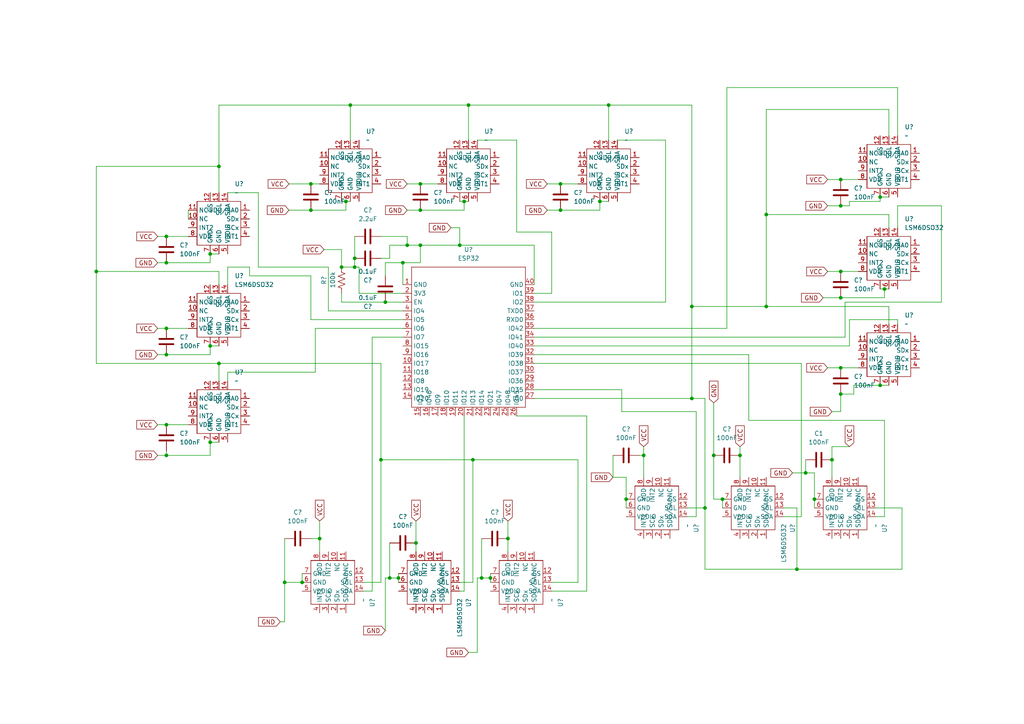
<source format=kicad_sch>
(kicad_sch (version 20211123) (generator eeschema)

  (uuid e63e39d7-6ac0-4ffd-8aa3-1841a4541b55)

  (paper "A4")

  (lib_symbols
    (symbol "Device:C" (pin_numbers hide) (pin_names (offset 0.254)) (in_bom yes) (on_board yes)
      (property "Reference" "C" (id 0) (at 0.635 2.54 0)
        (effects (font (size 1.27 1.27)) (justify left))
      )
      (property "Value" "C" (id 1) (at 0.635 -2.54 0)
        (effects (font (size 1.27 1.27)) (justify left))
      )
      (property "Footprint" "" (id 2) (at 0.9652 -3.81 0)
        (effects (font (size 1.27 1.27)) hide)
      )
      (property "Datasheet" "~" (id 3) (at 0 0 0)
        (effects (font (size 1.27 1.27)) hide)
      )
      (property "ki_keywords" "cap capacitor" (id 4) (at 0 0 0)
        (effects (font (size 1.27 1.27)) hide)
      )
      (property "ki_description" "Unpolarized capacitor" (id 5) (at 0 0 0)
        (effects (font (size 1.27 1.27)) hide)
      )
      (property "ki_fp_filters" "C_*" (id 6) (at 0 0 0)
        (effects (font (size 1.27 1.27)) hide)
      )
      (symbol "C_0_1"
        (polyline
          (pts
            (xy -2.032 -0.762)
            (xy 2.032 -0.762)
          )
          (stroke (width 0.508) (type default) (color 0 0 0 0))
          (fill (type none))
        )
        (polyline
          (pts
            (xy -2.032 0.762)
            (xy 2.032 0.762)
          )
          (stroke (width 0.508) (type default) (color 0 0 0 0))
          (fill (type none))
        )
      )
      (symbol "C_1_1"
        (pin passive line (at 0 3.81 270) (length 2.794)
          (name "~" (effects (font (size 1.27 1.27))))
          (number "1" (effects (font (size 1.27 1.27))))
        )
        (pin passive line (at 0 -3.81 90) (length 2.794)
          (name "~" (effects (font (size 1.27 1.27))))
          (number "2" (effects (font (size 1.27 1.27))))
        )
      )
    )
    (symbol "Device:R_US" (pin_numbers hide) (pin_names (offset 0)) (in_bom yes) (on_board yes)
      (property "Reference" "R" (id 0) (at 2.54 0 90)
        (effects (font (size 1.27 1.27)))
      )
      (property "Value" "R_US" (id 1) (at -2.54 0 90)
        (effects (font (size 1.27 1.27)))
      )
      (property "Footprint" "" (id 2) (at 1.016 -0.254 90)
        (effects (font (size 1.27 1.27)) hide)
      )
      (property "Datasheet" "~" (id 3) (at 0 0 0)
        (effects (font (size 1.27 1.27)) hide)
      )
      (property "ki_keywords" "R res resistor" (id 4) (at 0 0 0)
        (effects (font (size 1.27 1.27)) hide)
      )
      (property "ki_description" "Resistor, US symbol" (id 5) (at 0 0 0)
        (effects (font (size 1.27 1.27)) hide)
      )
      (property "ki_fp_filters" "R_*" (id 6) (at 0 0 0)
        (effects (font (size 1.27 1.27)) hide)
      )
      (symbol "R_US_0_1"
        (polyline
          (pts
            (xy 0 -2.286)
            (xy 0 -2.54)
          )
          (stroke (width 0) (type default) (color 0 0 0 0))
          (fill (type none))
        )
        (polyline
          (pts
            (xy 0 2.286)
            (xy 0 2.54)
          )
          (stroke (width 0) (type default) (color 0 0 0 0))
          (fill (type none))
        )
        (polyline
          (pts
            (xy 0 -0.762)
            (xy 1.016 -1.143)
            (xy 0 -1.524)
            (xy -1.016 -1.905)
            (xy 0 -2.286)
          )
          (stroke (width 0) (type default) (color 0 0 0 0))
          (fill (type none))
        )
        (polyline
          (pts
            (xy 0 0.762)
            (xy 1.016 0.381)
            (xy 0 0)
            (xy -1.016 -0.381)
            (xy 0 -0.762)
          )
          (stroke (width 0) (type default) (color 0 0 0 0))
          (fill (type none))
        )
        (polyline
          (pts
            (xy 0 2.286)
            (xy 1.016 1.905)
            (xy 0 1.524)
            (xy -1.016 1.143)
            (xy 0 0.762)
          )
          (stroke (width 0) (type default) (color 0 0 0 0))
          (fill (type none))
        )
      )
      (symbol "R_US_1_1"
        (pin passive line (at 0 3.81 270) (length 1.27)
          (name "~" (effects (font (size 1.27 1.27))))
          (number "1" (effects (font (size 1.27 1.27))))
        )
        (pin passive line (at 0 -3.81 90) (length 1.27)
          (name "~" (effects (font (size 1.27 1.27))))
          (number "2" (effects (font (size 1.27 1.27))))
        )
      )
    )
    (symbol "ESP32:ESP32" (in_bom yes) (on_board yes)
      (property "Reference" "U" (id 0) (at 0 0 0)
        (effects (font (size 1.27 1.27)))
      )
      (property "Value" "ESP32" (id 1) (at 0 -2.54 0)
        (effects (font (size 1.27 1.27)))
      )
      (property "Footprint" "" (id 2) (at 8.89 0 0)
        (effects (font (size 1.27 1.27)) hide)
      )
      (property "Datasheet" "" (id 3) (at 8.89 0 0)
        (effects (font (size 1.27 1.27)) hide)
      )
      (symbol "ESP32_0_1"
        (rectangle (start -16.51 -19.05) (end -16.51 21.59)
          (stroke (width 0) (type default) (color 0 0 0 0))
          (fill (type none))
        )
        (rectangle (start -16.51 -19.05) (end 16.51 -19.05)
          (stroke (width 0) (type default) (color 0 0 0 0))
          (fill (type none))
        )
        (rectangle (start -16.51 21.59) (end 16.51 21.59)
          (stroke (width 0) (type default) (color 0 0 0 0))
          (fill (type none))
        )
        (rectangle (start 16.51 21.59) (end 16.51 -19.05)
          (stroke (width 0) (type default) (color 0 0 0 0))
          (fill (type none))
        )
      )
      (symbol "ESP32_1_1"
        (pin power_in line (at -19.05 16.51 0) (length 2.54)
          (name "GND" (effects (font (size 1.27 1.27))))
          (number "1" (effects (font (size 1.27 1.27))))
        )
        (pin bidirectional line (at -19.05 -6.35 0) (length 2.54)
          (name "IO17" (effects (font (size 1.27 1.27))))
          (number "10" (effects (font (size 1.27 1.27))))
        )
        (pin bidirectional line (at -19.05 -8.89 0) (length 2.54)
          (name "IO18" (effects (font (size 1.27 1.27))))
          (number "11" (effects (font (size 1.27 1.27))))
        )
        (pin bidirectional line (at -19.05 -11.43 0) (length 2.54)
          (name "IO8" (effects (font (size 1.27 1.27))))
          (number "12" (effects (font (size 1.27 1.27))))
        )
        (pin bidirectional line (at -19.05 -13.97 0) (length 2.54)
          (name "IO19" (effects (font (size 1.27 1.27))))
          (number "13" (effects (font (size 1.27 1.27))))
        )
        (pin bidirectional line (at -19.05 -16.51 0) (length 2.54)
          (name "IO20" (effects (font (size 1.27 1.27))))
          (number "14" (effects (font (size 1.27 1.27))))
        )
        (pin bidirectional line (at -13.97 -21.59 90) (length 2.54)
          (name "IO3" (effects (font (size 1.27 1.27))))
          (number "15" (effects (font (size 1.27 1.27))))
        )
        (pin bidirectional line (at -11.43 -21.59 90) (length 2.54)
          (name "IO46" (effects (font (size 1.27 1.27))))
          (number "16" (effects (font (size 1.27 1.27))))
        )
        (pin bidirectional line (at -8.89 -21.59 90) (length 2.54)
          (name "IO9" (effects (font (size 1.27 1.27))))
          (number "17" (effects (font (size 1.27 1.27))))
        )
        (pin bidirectional line (at -6.35 -21.59 90) (length 2.54)
          (name "IO10" (effects (font (size 1.27 1.27))))
          (number "18" (effects (font (size 1.27 1.27))))
        )
        (pin bidirectional line (at -3.81 -21.59 90) (length 2.54)
          (name "IO11" (effects (font (size 1.27 1.27))))
          (number "19" (effects (font (size 1.27 1.27))))
        )
        (pin power_in line (at -19.05 13.97 0) (length 2.54)
          (name "3V3" (effects (font (size 1.27 1.27))))
          (number "2" (effects (font (size 1.27 1.27))))
        )
        (pin bidirectional line (at -1.27 -21.59 90) (length 2.54)
          (name "IO12" (effects (font (size 1.27 1.27))))
          (number "20" (effects (font (size 1.27 1.27))))
        )
        (pin bidirectional line (at 1.27 -21.59 90) (length 2.54)
          (name "IO13" (effects (font (size 1.27 1.27))))
          (number "21" (effects (font (size 1.27 1.27))))
        )
        (pin bidirectional line (at 3.81 -21.59 90) (length 2.54)
          (name "IO14" (effects (font (size 1.27 1.27))))
          (number "22" (effects (font (size 1.27 1.27))))
        )
        (pin bidirectional line (at 6.35 -21.59 90) (length 2.54)
          (name "IO21" (effects (font (size 1.27 1.27))))
          (number "23" (effects (font (size 1.27 1.27))))
        )
        (pin bidirectional line (at 8.89 -21.59 90) (length 2.54)
          (name "IO47" (effects (font (size 1.27 1.27))))
          (number "24" (effects (font (size 1.27 1.27))))
        )
        (pin bidirectional line (at 11.43 -21.59 90) (length 2.54)
          (name "IO48" (effects (font (size 1.27 1.27))))
          (number "25" (effects (font (size 1.27 1.27))))
        )
        (pin bidirectional line (at 13.97 -21.59 90) (length 2.54)
          (name "IO45" (effects (font (size 1.27 1.27))))
          (number "26" (effects (font (size 1.27 1.27))))
        )
        (pin bidirectional line (at 19.05 -16.51 180) (length 2.54)
          (name "IO0" (effects (font (size 1.27 1.27))))
          (number "27" (effects (font (size 1.27 1.27))))
        )
        (pin bidirectional line (at 19.05 -13.97 180) (length 2.54)
          (name "IO35" (effects (font (size 1.27 1.27))))
          (number "28" (effects (font (size 1.27 1.27))))
        )
        (pin bidirectional line (at 19.05 -11.43 180) (length 2.54)
          (name "IO36" (effects (font (size 1.27 1.27))))
          (number "29" (effects (font (size 1.27 1.27))))
        )
        (pin input line (at -19.05 11.43 0) (length 2.54)
          (name "EN" (effects (font (size 1.27 1.27))))
          (number "3" (effects (font (size 1.27 1.27))))
        )
        (pin bidirectional line (at 19.05 -8.89 180) (length 2.54)
          (name "IO37" (effects (font (size 1.27 1.27))))
          (number "30" (effects (font (size 1.27 1.27))))
        )
        (pin bidirectional line (at 19.05 -6.35 180) (length 2.54)
          (name "IO38" (effects (font (size 1.27 1.27))))
          (number "31" (effects (font (size 1.27 1.27))))
        )
        (pin bidirectional line (at 19.05 -3.81 180) (length 2.54)
          (name "IO39" (effects (font (size 1.27 1.27))))
          (number "32" (effects (font (size 1.27 1.27))))
        )
        (pin bidirectional line (at 19.05 -1.27 180) (length 2.54)
          (name "IO40" (effects (font (size 1.27 1.27))))
          (number "33" (effects (font (size 1.27 1.27))))
        )
        (pin bidirectional line (at 19.05 1.27 180) (length 2.54)
          (name "IO41" (effects (font (size 1.27 1.27))))
          (number "34" (effects (font (size 1.27 1.27))))
        )
        (pin bidirectional line (at 19.05 3.81 180) (length 2.54)
          (name "IO42" (effects (font (size 1.27 1.27))))
          (number "35" (effects (font (size 1.27 1.27))))
        )
        (pin input line (at 19.05 6.35 180) (length 2.54)
          (name "RXD0" (effects (font (size 1.27 1.27))))
          (number "36" (effects (font (size 1.27 1.27))))
        )
        (pin output line (at 19.05 8.89 180) (length 2.54)
          (name "TXD0" (effects (font (size 1.27 1.27))))
          (number "37" (effects (font (size 1.27 1.27))))
        )
        (pin bidirectional line (at 19.05 11.43 180) (length 2.54)
          (name "IO2" (effects (font (size 1.27 1.27))))
          (number "38" (effects (font (size 1.27 1.27))))
        )
        (pin bidirectional line (at 19.05 13.97 180) (length 2.54)
          (name "IO1" (effects (font (size 1.27 1.27))))
          (number "39" (effects (font (size 1.27 1.27))))
        )
        (pin bidirectional line (at -19.05 8.89 0) (length 2.54)
          (name "IO4" (effects (font (size 1.27 1.27))))
          (number "4" (effects (font (size 1.27 1.27))))
        )
        (pin power_in line (at 19.05 16.51 180) (length 2.54)
          (name "GND" (effects (font (size 1.27 1.27))))
          (number "40" (effects (font (size 1.27 1.27))))
        )
        (pin bidirectional line (at -19.05 6.35 0) (length 2.54)
          (name "IO5" (effects (font (size 1.27 1.27))))
          (number "5" (effects (font (size 1.27 1.27))))
        )
        (pin bidirectional line (at -19.05 3.81 0) (length 2.54)
          (name "IO6" (effects (font (size 1.27 1.27))))
          (number "6" (effects (font (size 1.27 1.27))))
        )
        (pin bidirectional line (at -19.05 1.27 0) (length 2.54)
          (name "IO7" (effects (font (size 1.27 1.27))))
          (number "7" (effects (font (size 1.27 1.27))))
        )
        (pin bidirectional line (at -19.05 -1.27 0) (length 2.54)
          (name "IO15" (effects (font (size 1.27 1.27))))
          (number "8" (effects (font (size 1.27 1.27))))
        )
        (pin bidirectional line (at -19.05 -3.81 0) (length 2.54)
          (name "IO16" (effects (font (size 1.27 1.27))))
          (number "9" (effects (font (size 1.27 1.27))))
        )
      )
    )
    (symbol "IMU:LSM6DSO32" (in_bom yes) (on_board yes)
      (property "Reference" "U" (id 0) (at 0 0 0)
        (effects (font (size 1.27 1.27)))
      )
      (property "Value" "LSM6DSO32" (id 1) (at 0 -20.32 0)
        (effects (font (size 1.27 1.27)))
      )
      (property "Footprint" "" (id 2) (at 0 0 0)
        (effects (font (size 1.27 1.27)) hide)
      )
      (property "Datasheet" "" (id 3) (at 0 0 0)
        (effects (font (size 1.27 1.27)) hide)
      )
      (symbol "LSM6DSO32_0_1"
        (rectangle (start -6.35 -6.35) (end 6.35 6.35)
          (stroke (width 0) (type default) (color 0 0 0 0))
          (fill (type none))
        )
        (rectangle (start -6.35 6.35) (end -6.35 -6.35)
          (stroke (width 0) (type default) (color 0 0 0 0))
          (fill (type none))
        )
      )
      (symbol "LSM6DSO32_1_1"
        (pin input line (at 8.89 3.81 180) (length 2.54)
          (name "SDO/SA0" (effects (font (size 1.27 1.27))))
          (number "1" (effects (font (size 1.27 1.27))))
        )
        (pin input line (at -8.89 1.27 0) (length 2.54)
          (name "NC" (effects (font (size 1.27 1.27))))
          (number "10" (effects (font (size 1.27 1.27))))
        )
        (pin input line (at -8.89 3.81 0) (length 2.54)
          (name "NC" (effects (font (size 1.27 1.27))))
          (number "11" (effects (font (size 1.27 1.27))))
        )
        (pin input line (at -2.54 8.89 270) (length 2.54)
          (name "CS" (effects (font (size 1.27 1.27))))
          (number "12" (effects (font (size 1.27 1.27))))
        )
        (pin input line (at 0 8.89 270) (length 2.54)
          (name "SCL" (effects (font (size 1.27 1.27))))
          (number "13" (effects (font (size 1.27 1.27))))
        )
        (pin output line (at 2.54 8.89 270) (length 2.54)
          (name "SDA" (effects (font (size 1.27 1.27))))
          (number "14" (effects (font (size 1.27 1.27))))
        )
        (pin input line (at 8.89 1.27 180) (length 2.54)
          (name "SDx" (effects (font (size 1.27 1.27))))
          (number "2" (effects (font (size 1.27 1.27))))
        )
        (pin input line (at 8.89 -1.27 180) (length 2.54)
          (name "SCx" (effects (font (size 1.27 1.27))))
          (number "3" (effects (font (size 1.27 1.27))))
        )
        (pin input line (at 8.89 -3.81 180) (length 2.54)
          (name "INT1" (effects (font (size 1.27 1.27))))
          (number "4" (effects (font (size 1.27 1.27))))
        )
        (pin power_in line (at 2.54 -8.89 90) (length 2.54)
          (name "VDDIO" (effects (font (size 1.27 1.27))))
          (number "5" (effects (font (size 1.27 1.27))))
        )
        (pin power_in line (at 0 -8.89 90) (length 2.54)
          (name "GND" (effects (font (size 1.27 1.27))))
          (number "6" (effects (font (size 1.27 1.27))))
        )
        (pin power_in line (at -2.54 -8.89 90) (length 2.54)
          (name "GND" (effects (font (size 1.27 1.27))))
          (number "7" (effects (font (size 1.27 1.27))))
        )
        (pin power_in line (at -8.89 -3.81 0) (length 2.54)
          (name "VDD" (effects (font (size 1.27 1.27))))
          (number "8" (effects (font (size 1.27 1.27))))
        )
        (pin input line (at -8.89 -1.27 0) (length 2.54)
          (name "INT2" (effects (font (size 1.27 1.27))))
          (number "9" (effects (font (size 1.27 1.27))))
        )
      )
    )
  )

  (junction (at 135.89 30.48) (diameter 0) (color 0 0 0 0)
    (uuid 0139fd5f-b545-4796-8e3b-b4b08aaf257e)
  )
  (junction (at 99.06 77.47) (diameter 0) (color 0 0 0 0)
    (uuid 04e81a4a-2a92-470d-a600-a98301da9f80)
  )
  (junction (at 87.63 168.91) (diameter 0) (color 0 0 0 0)
    (uuid 0709029a-098b-47f0-b691-aa7e45844f53)
  )
  (junction (at 60.96 73.66) (diameter 0) (color 0 0 0 0)
    (uuid 08301a90-b4d6-4a3c-8375-245dd57038d2)
  )
  (junction (at 48.26 123.19) (diameter 0) (color 0 0 0 0)
    (uuid 0cf34fef-794b-41ed-9495-02639e10cbd0)
  )
  (junction (at 233.68 137.16) (diameter 0) (color 0 0 0 0)
    (uuid 0fc3d56f-ffd1-4299-8c1a-698d33accd96)
  )
  (junction (at 121.92 53.34) (diameter 0) (color 0 0 0 0)
    (uuid 14b9ccd1-96bf-43d2-8165-f11b18b1b1d3)
  )
  (junction (at 120.65 157.48) (diameter 0) (color 0 0 0 0)
    (uuid 16687ead-713d-4ac1-94a0-253d939a0ba3)
  )
  (junction (at 181.61 144.78) (diameter 0) (color 0 0 0 0)
    (uuid 17ea4130-d099-40c9-9e4d-5d48b1467805)
  )
  (junction (at 60.96 100.33) (diameter 0) (color 0 0 0 0)
    (uuid 1891944a-63bf-4634-a114-e359ad63360a)
  )
  (junction (at 200.66 115.57) (diameter 0) (color 0 0 0 0)
    (uuid 1a52a7b1-d96e-48e2-948a-6edb8c114811)
  )
  (junction (at 113.03 167.64) (diameter 0) (color 0 0 0 0)
    (uuid 2077593a-b543-41e3-8bbd-fa7bea370d78)
  )
  (junction (at 231.14 165.1) (diameter 0) (color 0 0 0 0)
    (uuid 21438312-c817-42cf-93b8-73d49db768b0)
  )
  (junction (at 162.56 60.96) (diameter 0) (color 0 0 0 0)
    (uuid 23fdca9a-5786-4fe4-a8da-50ab032f18d7)
  )
  (junction (at 176.53 30.48) (diameter 0) (color 0 0 0 0)
    (uuid 2cc2662b-5b6e-40ea-8fe2-0f6e810b6ab8)
  )
  (junction (at 48.26 132.08) (diameter 0) (color 0 0 0 0)
    (uuid 2f96b130-a89e-4b4a-990f-9be8ea5e6ce4)
  )
  (junction (at 162.56 53.34) (diameter 0) (color 0 0 0 0)
    (uuid 3902e8ec-4e00-40ad-bad2-ac09db937a75)
  )
  (junction (at 116.84 76.2) (diameter 0) (color 0 0 0 0)
    (uuid 3c5b6116-f0ec-4c1e-afdf-0aecff1e8f7d)
  )
  (junction (at 214.63 132.08) (diameter 0) (color 0 0 0 0)
    (uuid 3dc543d1-d187-4c50-a49c-7e78d31744d5)
  )
  (junction (at 222.25 88.9) (diameter 0) (color 0 0 0 0)
    (uuid 419c270b-c939-4ec7-83c9-92c792a1aa61)
  )
  (junction (at 48.26 102.87) (diameter 0) (color 0 0 0 0)
    (uuid 4239644d-32c3-4560-87fa-32e69f32c1b4)
  )
  (junction (at 139.7 167.64) (diameter 0) (color 0 0 0 0)
    (uuid 53c6b39c-d442-4d15-8815-11e9595f3a89)
  )
  (junction (at 92.71 156.21) (diameter 0) (color 0 0 0 0)
    (uuid 53fb6c8a-a7a6-4d45-936a-c28f75f2c7fd)
  )
  (junction (at 121.92 71.12) (diameter 0) (color 0 0 0 0)
    (uuid 55feed23-9273-4453-ac03-1a4395fcf0a6)
  )
  (junction (at 243.84 106.68) (diameter 0) (color 0 0 0 0)
    (uuid 560444ca-0412-4102-b08b-8014b03e6be3)
  )
  (junction (at 101.6 30.48) (diameter 0) (color 0 0 0 0)
    (uuid 578cc2b9-9752-4550-a875-c2873214d8bb)
  )
  (junction (at 82.55 168.91) (diameter 0) (color 0 0 0 0)
    (uuid 5b522d51-c2d2-4ca0-90fb-5d312769d621)
  )
  (junction (at 222.25 62.23) (diameter 0) (color 0 0 0 0)
    (uuid 641bfea3-f333-46dc-b434-c710d51c8f49)
  )
  (junction (at 200.66 88.9) (diameter 0) (color 0 0 0 0)
    (uuid 667d3054-f2cd-41c9-8809-7832536ee533)
  )
  (junction (at 133.35 71.12) (diameter 0) (color 0 0 0 0)
    (uuid 72ebec76-c6f1-43bb-92b6-043840af840c)
  )
  (junction (at 100.33 58.42) (diameter 0) (color 0 0 0 0)
    (uuid 76de324c-4cda-4536-ad7a-0b7c5aca3c69)
  )
  (junction (at 121.92 60.96) (diameter 0) (color 0 0 0 0)
    (uuid 7d40b7da-1c56-4a7d-bac0-1d0fc93ae0bc)
  )
  (junction (at 243.84 52.07) (diameter 0) (color 0 0 0 0)
    (uuid 7fb6b5f9-4a82-4b1a-8a74-9a537bf2292e)
  )
  (junction (at 90.17 53.34) (diameter 0) (color 0 0 0 0)
    (uuid 80a7a3f3-b192-46c2-8b08-c29ccf22f1a6)
  )
  (junction (at 142.24 167.64) (diameter 0) (color 0 0 0 0)
    (uuid 84fec942-f6b7-4aed-b186-2fff2c9b0c39)
  )
  (junction (at 48.26 76.2) (diameter 0) (color 0 0 0 0)
    (uuid 85cdc64b-cd61-4868-a06d-f0a7f452cdb9)
  )
  (junction (at 147.32 156.21) (diameter 0) (color 0 0 0 0)
    (uuid 87726aa8-66e4-4cf8-93af-192db6c3ef8b)
  )
  (junction (at 204.47 147.32) (diameter 0) (color 0 0 0 0)
    (uuid 8845cb5c-9568-42e4-ab14-e80eb83929f3)
  )
  (junction (at 243.84 86.36) (diameter 0) (color 0 0 0 0)
    (uuid 8ad288cc-40ad-453f-80e2-e10072b94adf)
  )
  (junction (at 207.01 132.08) (diameter 0) (color 0 0 0 0)
    (uuid 90b5ac30-dddb-4ad6-b84d-3ca704f64525)
  )
  (junction (at 111.76 87.63) (diameter 0) (color 0 0 0 0)
    (uuid 9289f66b-e909-4908-b955-df225da2d478)
  )
  (junction (at 134.62 58.42) (diameter 0) (color 0 0 0 0)
    (uuid 9483c49b-49b2-4aac-806a-aceb4e537dbe)
  )
  (junction (at 102.87 77.47) (diameter 0) (color 0 0 0 0)
    (uuid 94ef5e1d-f209-4d3d-ab32-2ea6b772af63)
  )
  (junction (at 115.57 167.64) (diameter 0) (color 0 0 0 0)
    (uuid 9e00f797-90a8-4858-85a7-3b24211b7ec9)
  )
  (junction (at 243.84 114.3) (diameter 0) (color 0 0 0 0)
    (uuid a24cafe7-56f3-40e2-9677-62d6d3dc6b79)
  )
  (junction (at 90.17 60.96) (diameter 0) (color 0 0 0 0)
    (uuid adc38a5b-e0b6-46d0-ae8f-21a9c19d6200)
  )
  (junction (at 137.16 133.35) (diameter 0) (color 0 0 0 0)
    (uuid af4030f1-d784-4fcb-96dc-14f6f85fdcf3)
  )
  (junction (at 236.22 144.78) (diameter 0) (color 0 0 0 0)
    (uuid afc64f4d-0804-4f80-8924-c5b5598f5836)
  )
  (junction (at 118.11 71.12) (diameter 0) (color 0 0 0 0)
    (uuid b1e08bad-1dd4-49ee-b1fa-b3ecec4d44bb)
  )
  (junction (at 63.5 105.41) (diameter 0) (color 0 0 0 0)
    (uuid b2229d25-641e-4494-bf16-7342a3f5a332)
  )
  (junction (at 48.26 95.25) (diameter 0) (color 0 0 0 0)
    (uuid bc4fb310-a627-4290-9698-881bb426198b)
  )
  (junction (at 27.94 78.74) (diameter 0) (color 0 0 0 0)
    (uuid bc7a1194-3bba-4cb6-bd7b-20114dc076eb)
  )
  (junction (at 209.55 144.78) (diameter 0) (color 0 0 0 0)
    (uuid cb3b555e-3e52-4b35-9dc9-d81597bcfd6c)
  )
  (junction (at 241.3 133.35) (diameter 0) (color 0 0 0 0)
    (uuid d05d5189-ebdf-493d-8fbd-f4925e553f98)
  )
  (junction (at 243.84 59.69) (diameter 0) (color 0 0 0 0)
    (uuid dae2d907-ddd7-43ad-a9c8-b2acac8afe2d)
  )
  (junction (at 186.69 132.08) (diameter 0) (color 0 0 0 0)
    (uuid db42638a-1482-45d4-a7a2-d55c97381263)
  )
  (junction (at 173.99 58.42) (diameter 0) (color 0 0 0 0)
    (uuid de957cf4-bb12-40b0-9f04-229f2854f4ae)
  )
  (junction (at 63.5 48.26) (diameter 0) (color 0 0 0 0)
    (uuid dfb81b04-52e7-4b5c-a244-b319428f397b)
  )
  (junction (at 255.27 111.76) (diameter 0) (color 0 0 0 0)
    (uuid e518e111-6681-4853-a1ba-840e2ece1350)
  )
  (junction (at 48.26 68.58) (diameter 0) (color 0 0 0 0)
    (uuid e582d1eb-ccab-40ab-aa32-14440d3ca563)
  )
  (junction (at 255.27 57.15) (diameter 0) (color 0 0 0 0)
    (uuid e8c22dd0-d2a6-4a1c-b4c6-21aa30f5c54d)
  )
  (junction (at 60.96 128.27) (diameter 0) (color 0 0 0 0)
    (uuid ef3a80d9-9905-4880-9bcb-91ac73869510)
  )
  (junction (at 243.84 78.74) (diameter 0) (color 0 0 0 0)
    (uuid f9e93df7-84fa-4b82-b846-c83b06e7e0db)
  )
  (junction (at 102.87 74.93) (diameter 0) (color 0 0 0 0)
    (uuid fca77abb-bfd4-4938-aa8b-617adcd2eaf2)
  )
  (junction (at 110.49 133.35) (diameter 0) (color 0 0 0 0)
    (uuid fd83886f-71ee-4f71-88c7-fe0db6724193)
  )
  (junction (at 256.54 83.82) (diameter 0) (color 0 0 0 0)
    (uuid fd8b95f8-748f-4b21-9036-9ad2ab107e31)
  )

  (wire (pts (xy 45.72 132.08) (xy 48.26 132.08))
    (stroke (width 0) (type default) (color 0 0 0 0))
    (uuid 00d90346-d57e-4569-a8db-46f19eac7caf)
  )
  (wire (pts (xy 147.32 156.21) (xy 147.32 160.02))
    (stroke (width 0) (type default) (color 0 0 0 0))
    (uuid 01e0568a-bb4b-4430-ad1c-b6444496895e)
  )
  (wire (pts (xy 260.35 93.98) (xy 260.35 92.71))
    (stroke (width 0) (type default) (color 0 0 0 0))
    (uuid 0255926c-6aa6-4594-98a4-058ea4ec1220)
  )
  (wire (pts (xy 110.49 68.58) (xy 118.11 68.58))
    (stroke (width 0) (type default) (color 0 0 0 0))
    (uuid 09491034-8e51-42d7-b5c4-7956c9dfa736)
  )
  (wire (pts (xy 204.47 147.32) (xy 204.47 115.57))
    (stroke (width 0) (type default) (color 0 0 0 0))
    (uuid 09969f4b-a3f2-46ff-9ea9-ded124f0fde2)
  )
  (wire (pts (xy 204.47 147.32) (xy 199.39 147.32))
    (stroke (width 0) (type default) (color 0 0 0 0))
    (uuid 0a4ab039-a455-48cf-a1ae-9a6dae6f51b9)
  )
  (wire (pts (xy 299.72 107.95) (xy 299.72 115.57))
    (stroke (width 0) (type default) (color 0 0 0 0))
    (uuid 0e0c874c-ffd8-43dc-86ac-f70519b4951e)
  )
  (wire (pts (xy 243.84 78.74) (xy 248.92 78.74))
    (stroke (width 0) (type default) (color 0 0 0 0))
    (uuid 0e67fb0f-8254-4225-bbea-5788d2f610c6)
  )
  (wire (pts (xy 101.6 30.48) (xy 63.5 30.48))
    (stroke (width 0) (type default) (color 0 0 0 0))
    (uuid 0eaff48a-8e4b-4b66-8d68-868c31147796)
  )
  (wire (pts (xy 27.94 78.74) (xy 27.94 105.41))
    (stroke (width 0) (type default) (color 0 0 0 0))
    (uuid 116a836f-5765-4be4-ae31-efc80e41f45c)
  )
  (wire (pts (xy 111.76 182.88) (xy 111.76 167.64))
    (stroke (width 0) (type default) (color 0 0 0 0))
    (uuid 12db2db4-254c-4a05-ae62-0c6ae0b90069)
  )
  (wire (pts (xy 257.81 62.23) (xy 257.81 66.04))
    (stroke (width 0) (type default) (color 0 0 0 0))
    (uuid 1305708a-2518-46ad-a441-80105cca1c78)
  )
  (wire (pts (xy 177.8 138.43) (xy 181.61 138.43))
    (stroke (width 0) (type default) (color 0 0 0 0))
    (uuid 15efc749-9162-4179-8219-6ee5aad8f73d)
  )
  (wire (pts (xy 63.5 105.41) (xy 110.49 105.41))
    (stroke (width 0) (type default) (color 0 0 0 0))
    (uuid 18c58321-852a-4e84-8261-3b5d57d4b1c1)
  )
  (wire (pts (xy 257.81 31.75) (xy 257.81 39.37))
    (stroke (width 0) (type default) (color 0 0 0 0))
    (uuid 18f64280-d3c7-4837-b3aa-6bfc13c3c336)
  )
  (wire (pts (xy 90.17 92.71) (xy 116.84 92.71))
    (stroke (width 0) (type default) (color 0 0 0 0))
    (uuid 19b3ebfd-d517-4276-8369-fbc1c1eebc2a)
  )
  (wire (pts (xy 181.61 138.43) (xy 181.61 144.78))
    (stroke (width 0) (type default) (color 0 0 0 0))
    (uuid 1a7efbaf-e663-400b-998c-9fea48ce63a7)
  )
  (wire (pts (xy 138.43 189.23) (xy 138.43 167.64))
    (stroke (width 0) (type default) (color 0 0 0 0))
    (uuid 1aca9edd-2eb1-484c-b3b8-87ee3ac7a595)
  )
  (wire (pts (xy 243.84 52.07) (xy 248.92 52.07))
    (stroke (width 0) (type default) (color 0 0 0 0))
    (uuid 1b178354-2b31-4941-bc04-47606f104607)
  )
  (wire (pts (xy 60.96 100.33) (xy 60.96 102.87))
    (stroke (width 0) (type default) (color 0 0 0 0))
    (uuid 1d7f6408-3db1-45c0-884d-58c672023522)
  )
  (wire (pts (xy 90.17 156.21) (xy 92.71 156.21))
    (stroke (width 0) (type default) (color 0 0 0 0))
    (uuid 1f3a2095-b2e2-4e0d-aec0-003dd6127a26)
  )
  (wire (pts (xy 60.96 128.27) (xy 63.5 128.27))
    (stroke (width 0) (type default) (color 0 0 0 0))
    (uuid 1fec6755-1780-4a51-8503-76a03841eda0)
  )
  (wire (pts (xy 177.8 132.08) (xy 177.8 138.43))
    (stroke (width 0) (type default) (color 0 0 0 0))
    (uuid 210d3068-381b-4083-89fe-4e73872518b2)
  )
  (wire (pts (xy 90.17 53.34) (xy 92.71 53.34))
    (stroke (width 0) (type default) (color 0 0 0 0))
    (uuid 22cdd6cc-18a7-4cd2-b156-7a76a1ac67a9)
  )
  (wire (pts (xy 107.95 171.45) (xy 107.95 97.79))
    (stroke (width 0) (type default) (color 0 0 0 0))
    (uuid 237815c7-92d4-4664-a8e7-547fcbb285d4)
  )
  (wire (pts (xy 231.14 147.32) (xy 227.33 147.32))
    (stroke (width 0) (type default) (color 0 0 0 0))
    (uuid 245778e0-a0ae-4d09-bb5f-d838af495baa)
  )
  (wire (pts (xy 92.71 156.21) (xy 92.71 160.02))
    (stroke (width 0) (type default) (color 0 0 0 0))
    (uuid 246304e3-0d75-4c77-a545-73d5c2b116be)
  )
  (wire (pts (xy 45.72 95.25) (xy 48.26 95.25))
    (stroke (width 0) (type default) (color 0 0 0 0))
    (uuid 2784019e-8077-499c-981b-22b48bd70803)
  )
  (wire (pts (xy 113.03 74.93) (xy 113.03 71.12))
    (stroke (width 0) (type default) (color 0 0 0 0))
    (uuid 28cd3b26-a73b-45ea-ba61-1851cbf678da)
  )
  (wire (pts (xy 186.69 129.54) (xy 186.69 132.08))
    (stroke (width 0) (type default) (color 0 0 0 0))
    (uuid 2b0e107d-b493-47de-8e66-9621c63b065c)
  )
  (wire (pts (xy 107.95 97.79) (xy 116.84 97.79))
    (stroke (width 0) (type default) (color 0 0 0 0))
    (uuid 2c312a4b-4978-479c-b761-fcaa6acc4453)
  )
  (wire (pts (xy 236.22 144.78) (xy 236.22 147.32))
    (stroke (width 0) (type default) (color 0 0 0 0))
    (uuid 2c9b772f-448f-4c7f-abc4-4e530e1540c1)
  )
  (wire (pts (xy 48.26 123.19) (xy 54.61 123.19))
    (stroke (width 0) (type default) (color 0 0 0 0))
    (uuid 2cc84efe-b811-41f1-85f8-2002248620d3)
  )
  (wire (pts (xy 100.33 60.96) (xy 100.33 58.42))
    (stroke (width 0) (type default) (color 0 0 0 0))
    (uuid 2e928082-1b4e-4858-b311-fbbb316302f9)
  )
  (wire (pts (xy 48.26 130.81) (xy 48.26 132.08))
    (stroke (width 0) (type default) (color 0 0 0 0))
    (uuid 2e98b2f6-bf2a-40d6-8214-1788c7c07653)
  )
  (wire (pts (xy 214.63 132.08) (xy 214.63 138.43))
    (stroke (width 0) (type default) (color 0 0 0 0))
    (uuid 304c55a1-f20a-497f-949f-b11874c83304)
  )
  (wire (pts (xy 210.82 144.78) (xy 209.55 144.78))
    (stroke (width 0) (type default) (color 0 0 0 0))
    (uuid 30541008-0ec4-4ed9-b91b-434a41dc5daa)
  )
  (wire (pts (xy 214.63 129.54) (xy 214.63 132.08))
    (stroke (width 0) (type default) (color 0 0 0 0))
    (uuid 30b79575-5a98-44b8-83b7-e1dc3eabedd4)
  )
  (wire (pts (xy 133.35 71.12) (xy 154.94 71.12))
    (stroke (width 0) (type default) (color 0 0 0 0))
    (uuid 32959278-d063-44ef-a7a6-513625229070)
  )
  (wire (pts (xy 260.35 66.04) (xy 260.35 59.69))
    (stroke (width 0) (type default) (color 0 0 0 0))
    (uuid 3566ff5a-1078-4576-baa0-79daa568e790)
  )
  (wire (pts (xy 113.03 71.12) (xy 118.11 71.12))
    (stroke (width 0) (type default) (color 0 0 0 0))
    (uuid 35e5aad8-0f0e-422c-805c-da0192ca2b03)
  )
  (wire (pts (xy 92.71 151.13) (xy 92.71 156.21))
    (stroke (width 0) (type default) (color 0 0 0 0))
    (uuid 38b68378-adbb-4478-b0b0-5b828a108a04)
  )
  (wire (pts (xy 167.64 168.91) (xy 160.02 168.91))
    (stroke (width 0) (type default) (color 0 0 0 0))
    (uuid 3aac11d3-2687-491d-8ca7-2907f61ef2a3)
  )
  (wire (pts (xy 45.72 123.19) (xy 48.26 123.19))
    (stroke (width 0) (type default) (color 0 0 0 0))
    (uuid 3ab32d90-d1f3-4a74-8c52-b0ba63a25400)
  )
  (wire (pts (xy 241.3 129.54) (xy 246.38 129.54))
    (stroke (width 0) (type default) (color 0 0 0 0))
    (uuid 3b4df89e-4d1e-4649-aa5a-19f04146139e)
  )
  (wire (pts (xy 63.5 48.26) (xy 63.5 55.88))
    (stroke (width 0) (type default) (color 0 0 0 0))
    (uuid 3c34cc73-cea9-4706-b042-40be182b18f7)
  )
  (wire (pts (xy 135.89 30.48) (xy 101.6 30.48))
    (stroke (width 0) (type default) (color 0 0 0 0))
    (uuid 3d0f7ea5-586a-4631-84b5-c5143f12bf84)
  )
  (wire (pts (xy 99.06 72.39) (xy 99.06 77.47))
    (stroke (width 0) (type default) (color 0 0 0 0))
    (uuid 3e1c5299-1cf3-47f9-9860-fe4797bb611d)
  )
  (wire (pts (xy 66.04 55.88) (xy 74.93 55.88))
    (stroke (width 0) (type default) (color 0 0 0 0))
    (uuid 3e9e572d-f678-4416-bb4b-9ecc762ae8d5)
  )
  (wire (pts (xy 180.34 113.03) (xy 154.94 113.03))
    (stroke (width 0) (type default) (color 0 0 0 0))
    (uuid 3f4451f8-0cf8-4d45-a921-e9193dd758c2)
  )
  (wire (pts (xy 104.14 85.09) (xy 116.84 85.09))
    (stroke (width 0) (type default) (color 0 0 0 0))
    (uuid 3fddef2c-ee95-4de4-a6cd-b3231c679b81)
  )
  (wire (pts (xy 173.99 58.42) (xy 176.53 58.42))
    (stroke (width 0) (type default) (color 0 0 0 0))
    (uuid 408df612-a846-44ac-980c-9555255ee299)
  )
  (wire (pts (xy 91.44 107.95) (xy 91.44 95.25))
    (stroke (width 0) (type default) (color 0 0 0 0))
    (uuid 41d10a2e-0b54-49df-a50c-49e744380e3d)
  )
  (wire (pts (xy 139.7 156.21) (xy 139.7 167.64))
    (stroke (width 0) (type default) (color 0 0 0 0))
    (uuid 42abd2d8-ec18-45e3-8153-89202ddd2fc4)
  )
  (wire (pts (xy 232.41 149.86) (xy 232.41 105.41))
    (stroke (width 0) (type default) (color 0 0 0 0))
    (uuid 43a8d967-5c23-42b8-9d67-b36d4243b303)
  )
  (wire (pts (xy 255.27 57.15) (xy 257.81 57.15))
    (stroke (width 0) (type default) (color 0 0 0 0))
    (uuid 440b4d4d-071b-4e75-80f7-13f63cfb2a24)
  )
  (wire (pts (xy 243.84 119.38) (xy 243.84 114.3))
    (stroke (width 0) (type default) (color 0 0 0 0))
    (uuid 456df85f-7cd7-4e16-83a7-d31e8fb92192)
  )
  (wire (pts (xy 63.5 105.41) (xy 63.5 110.49))
    (stroke (width 0) (type default) (color 0 0 0 0))
    (uuid 4730474a-2d18-4f05-9bb2-f585ee72ed40)
  )
  (wire (pts (xy 48.26 102.87) (xy 60.96 102.87))
    (stroke (width 0) (type default) (color 0 0 0 0))
    (uuid 48b61eda-3727-4bcd-918f-289546958671)
  )
  (wire (pts (xy 87.63 166.37) (xy 87.63 168.91))
    (stroke (width 0) (type default) (color 0 0 0 0))
    (uuid 4ab2d467-57f7-41de-8096-0a3752c73619)
  )
  (wire (pts (xy 110.49 168.91) (xy 105.41 168.91))
    (stroke (width 0) (type default) (color 0 0 0 0))
    (uuid 4bf6f085-45d7-4bd6-9aa6-6a75f5987cc6)
  )
  (wire (pts (xy 133.35 66.04) (xy 133.35 71.12))
    (stroke (width 0) (type default) (color 0 0 0 0))
    (uuid 4c14289b-9062-4a2a-bd7b-eb142df26304)
  )
  (wire (pts (xy 82.55 168.91) (xy 82.55 180.34))
    (stroke (width 0) (type default) (color 0 0 0 0))
    (uuid 4c36cac7-d861-4a73-8132-8f9ba90c4b17)
  )
  (wire (pts (xy 27.94 78.74) (xy 63.5 78.74))
    (stroke (width 0) (type default) (color 0 0 0 0))
    (uuid 4dc0c054-c65b-47a8-884e-4ca87f8fc9c8)
  )
  (wire (pts (xy 111.76 87.63) (xy 116.84 87.63))
    (stroke (width 0) (type default) (color 0 0 0 0))
    (uuid 507a14da-b80e-402a-9232-cfc6d286ffa1)
  )
  (wire (pts (xy 256.54 83.82) (xy 257.81 83.82))
    (stroke (width 0) (type default) (color 0 0 0 0))
    (uuid 510e046b-db23-4083-b766-cbfa08eeb441)
  )
  (wire (pts (xy 227.33 149.86) (xy 232.41 149.86))
    (stroke (width 0) (type default) (color 0 0 0 0))
    (uuid 526b9c18-5aac-4719-9acc-9a7f7f41d0c2)
  )
  (wire (pts (xy 256.54 86.36) (xy 243.84 86.36))
    (stroke (width 0) (type default) (color 0 0 0 0))
    (uuid 5390d167-42eb-491a-9a4f-1f7f7b064377)
  )
  (wire (pts (xy 246.38 92.71) (xy 246.38 100.33))
    (stroke (width 0) (type default) (color 0 0 0 0))
    (uuid 556be389-db4e-44ea-a594-f99fde2e4aea)
  )
  (wire (pts (xy 72.39 80.01) (xy 90.17 80.01))
    (stroke (width 0) (type default) (color 0 0 0 0))
    (uuid 55abbeb1-4d6d-404e-a032-63a93f1c0aa6)
  )
  (wire (pts (xy 101.6 30.48) (xy 101.6 40.64))
    (stroke (width 0) (type default) (color 0 0 0 0))
    (uuid 56ac9925-aa2b-4730-b857-147410c9eca3)
  )
  (wire (pts (xy 260.35 25.4) (xy 210.82 25.4))
    (stroke (width 0) (type default) (color 0 0 0 0))
    (uuid 57409631-0ba2-47e8-8418-d24f19a30abb)
  )
  (wire (pts (xy 66.04 82.55) (xy 66.04 77.47))
    (stroke (width 0) (type default) (color 0 0 0 0))
    (uuid 5832bf69-f86b-4955-bda3-a1f6c0549b71)
  )
  (wire (pts (xy 200.66 88.9) (xy 200.66 115.57))
    (stroke (width 0) (type default) (color 0 0 0 0))
    (uuid 58ba75ce-1b95-49ce-b383-c2cfa08b5bb9)
  )
  (wire (pts (xy 90.17 60.96) (xy 100.33 60.96))
    (stroke (width 0) (type default) (color 0 0 0 0))
    (uuid 5a3296ce-02b0-4274-85ad-b5c6fd6abfdc)
  )
  (wire (pts (xy 154.94 71.12) (xy 154.94 82.55))
    (stroke (width 0) (type default) (color 0 0 0 0))
    (uuid 5c0b7f48-101e-45f5-87c2-23887f472317)
  )
  (wire (pts (xy 241.3 119.38) (xy 243.84 119.38))
    (stroke (width 0) (type default) (color 0 0 0 0))
    (uuid 5c98a0c6-a50c-4a72-b773-f3304562b5a2)
  )
  (wire (pts (xy 160.02 171.45) (xy 170.18 171.45))
    (stroke (width 0) (type default) (color 0 0 0 0))
    (uuid 5ee6b334-f2aa-41e4-998c-c7155d3bf5b0)
  )
  (wire (pts (xy 222.25 62.23) (xy 222.25 88.9))
    (stroke (width 0) (type default) (color 0 0 0 0))
    (uuid 5f92f21a-8723-4584-9adc-5c0bb1e54ee4)
  )
  (wire (pts (xy 118.11 53.34) (xy 121.92 53.34))
    (stroke (width 0) (type default) (color 0 0 0 0))
    (uuid 607b7c47-e6da-4959-be4b-a864f893586b)
  )
  (wire (pts (xy 121.92 76.2) (xy 121.92 71.12))
    (stroke (width 0) (type default) (color 0 0 0 0))
    (uuid 60ad2a3b-c9f2-416e-8915-3583d5fb4d54)
  )
  (wire (pts (xy 93.98 72.39) (xy 99.06 72.39))
    (stroke (width 0) (type default) (color 0 0 0 0))
    (uuid 60d3b441-20f1-4017-9d1d-b462a92161e0)
  )
  (wire (pts (xy 54.61 60.96) (xy 54.61 63.5))
    (stroke (width 0) (type default) (color 0 0 0 0))
    (uuid 610a987c-a866-459d-92a1-272b78c3ea02)
  )
  (wire (pts (xy 74.93 77.47) (xy 95.25 77.47))
    (stroke (width 0) (type default) (color 0 0 0 0))
    (uuid 61b6e57f-9a17-469a-b2e4-c65f7275e2ad)
  )
  (wire (pts (xy 27.94 48.26) (xy 27.94 78.74))
    (stroke (width 0) (type default) (color 0 0 0 0))
    (uuid 6243c892-a8d0-4eb4-9fa4-b4fdb9eb512d)
  )
  (wire (pts (xy 200.66 115.57) (xy 204.47 115.57))
    (stroke (width 0) (type default) (color 0 0 0 0))
    (uuid 627c3a46-6acd-4b61-b887-71d19e86f03c)
  )
  (wire (pts (xy 158.75 60.96) (xy 162.56 60.96))
    (stroke (width 0) (type default) (color 0 0 0 0))
    (uuid 62c7396d-3e20-4958-9953-f163751c1031)
  )
  (wire (pts (xy 173.99 60.96) (xy 162.56 60.96))
    (stroke (width 0) (type default) (color 0 0 0 0))
    (uuid 63697c0e-660b-4b1a-be49-d15478109fa8)
  )
  (wire (pts (xy 241.3 129.54) (xy 241.3 133.35))
    (stroke (width 0) (type default) (color 0 0 0 0))
    (uuid 643c333b-55ee-4fc3-91a1-7e019f413275)
  )
  (wire (pts (xy 255.27 83.82) (xy 256.54 83.82))
    (stroke (width 0) (type default) (color 0 0 0 0))
    (uuid 644224a5-5523-43ed-acc3-bbbaba0d49f6)
  )
  (wire (pts (xy 120.65 151.13) (xy 120.65 157.48))
    (stroke (width 0) (type default) (color 0 0 0 0))
    (uuid 6580fafb-c098-42d5-b3b8-a2062e5830ef)
  )
  (wire (pts (xy 110.49 133.35) (xy 110.49 168.91))
    (stroke (width 0) (type default) (color 0 0 0 0))
    (uuid 675b505b-3565-4549-9fbc-8878dbde3006)
  )
  (wire (pts (xy 256.54 149.86) (xy 256.54 121.92))
    (stroke (width 0) (type default) (color 0 0 0 0))
    (uuid 677958b1-9dc4-47fc-b312-e49c67956f6e)
  )
  (wire (pts (xy 118.11 60.96) (xy 121.92 60.96))
    (stroke (width 0) (type default) (color 0 0 0 0))
    (uuid 67afcfff-b00e-4dbc-9f0e-0a7d787f97c4)
  )
  (wire (pts (xy 110.49 74.93) (xy 113.03 74.93))
    (stroke (width 0) (type default) (color 0 0 0 0))
    (uuid 6de0da69-6ff2-48b6-ba57-8b8dc94b9415)
  )
  (wire (pts (xy 147.32 151.13) (xy 147.32 156.21))
    (stroke (width 0) (type default) (color 0 0 0 0))
    (uuid 6eec2fe7-0247-4542-a8d3-6ab3f12db3a9)
  )
  (wire (pts (xy 82.55 168.91) (xy 87.63 168.91))
    (stroke (width 0) (type default) (color 0 0 0 0))
    (uuid 6f3c8d01-191c-4a13-9a66-f002c6082622)
  )
  (wire (pts (xy 209.55 144.78) (xy 209.55 147.32))
    (stroke (width 0) (type default) (color 0 0 0 0))
    (uuid 71c60126-1a55-4ae1-9e37-8e1e78cd68dd)
  )
  (wire (pts (xy 260.35 39.37) (xy 260.35 25.4))
    (stroke (width 0) (type default) (color 0 0 0 0))
    (uuid 731151e4-2a39-4400-ac2f-a474f0ec7246)
  )
  (wire (pts (xy 257.81 31.75) (xy 222.25 31.75))
    (stroke (width 0) (type default) (color 0 0 0 0))
    (uuid 74126368-f59f-46d1-a2fc-674730750b57)
  )
  (wire (pts (xy 95.25 77.47) (xy 95.25 90.17))
    (stroke (width 0) (type default) (color 0 0 0 0))
    (uuid 7465bf40-3d91-414a-a690-4acc5504b36b)
  )
  (wire (pts (xy 261.62 147.32) (xy 261.62 165.1))
    (stroke (width 0) (type default) (color 0 0 0 0))
    (uuid 748bc0f5-fa5f-42bb-95a1-4d8c5d8a2cd4)
  )
  (wire (pts (xy 154.94 115.57) (xy 200.66 115.57))
    (stroke (width 0) (type default) (color 0 0 0 0))
    (uuid 74bd2e89-b002-4a56-969f-ce4061d45509)
  )
  (wire (pts (xy 66.04 110.49) (xy 66.04 107.95))
    (stroke (width 0) (type default) (color 0 0 0 0))
    (uuid 75b205d5-1a72-4b10-a7bd-8690b57e21e8)
  )
  (wire (pts (xy 113.03 157.48) (xy 113.03 167.64))
    (stroke (width 0) (type default) (color 0 0 0 0))
    (uuid 761360f2-2dc7-471b-a15f-d8c16722fb8f)
  )
  (wire (pts (xy 254 149.86) (xy 256.54 149.86))
    (stroke (width 0) (type default) (color 0 0 0 0))
    (uuid 7688557d-7ae8-4d7a-a482-78ad145abfb0)
  )
  (wire (pts (xy 45.72 102.87) (xy 48.26 102.87))
    (stroke (width 0) (type default) (color 0 0 0 0))
    (uuid 76a2058d-3842-412c-a641-0df056e2e73e)
  )
  (wire (pts (xy 45.72 76.2) (xy 48.26 76.2))
    (stroke (width 0) (type default) (color 0 0 0 0))
    (uuid 76dc4c3e-9755-4038-a69f-84e5c7f6e9f4)
  )
  (wire (pts (xy 179.07 40.64) (xy 193.04 40.64))
    (stroke (width 0) (type default) (color 0 0 0 0))
    (uuid 77474cbd-e138-467f-ab14-2d8ba01abfd8)
  )
  (wire (pts (xy 181.61 144.78) (xy 181.61 147.32))
    (stroke (width 0) (type default) (color 0 0 0 0))
    (uuid 77b1213a-7ba3-4078-9e6a-44650e6b537c)
  )
  (wire (pts (xy 110.49 105.41) (xy 110.49 133.35))
    (stroke (width 0) (type default) (color 0 0 0 0))
    (uuid 77d04148-09a1-410e-9925-279e0fef57dc)
  )
  (wire (pts (xy 120.65 157.48) (xy 120.65 160.02))
    (stroke (width 0) (type default) (color 0 0 0 0))
    (uuid 799b0764-e2dd-48bf-bb3e-b5050ad41938)
  )
  (wire (pts (xy 222.25 31.75) (xy 222.25 62.23))
    (stroke (width 0) (type default) (color 0 0 0 0))
    (uuid 799fd4a1-366e-4314-a96f-792ef7e52e22)
  )
  (wire (pts (xy 133.35 171.45) (xy 134.62 171.45))
    (stroke (width 0) (type default) (color 0 0 0 0))
    (uuid 7bfab15f-d9bc-4c3c-b36d-222062d869cf)
  )
  (wire (pts (xy 63.5 30.48) (xy 63.5 48.26))
    (stroke (width 0) (type default) (color 0 0 0 0))
    (uuid 7dbd714e-8b56-4e20-abd8-f86d0f884d94)
  )
  (wire (pts (xy 63.5 78.74) (xy 63.5 82.55))
    (stroke (width 0) (type default) (color 0 0 0 0))
    (uuid 7ee747fd-7c8d-4c18-ad21-e72d343e2060)
  )
  (wire (pts (xy 201.93 149.86) (xy 201.93 119.38))
    (stroke (width 0) (type default) (color 0 0 0 0))
    (uuid 7fb7c8c9-277f-4976-b6b5-bf160d53bcc8)
  )
  (wire (pts (xy 246.38 58.42) (xy 255.27 58.42))
    (stroke (width 0) (type default) (color 0 0 0 0))
    (uuid 7feba94d-5eec-414e-8202-a7c523c0f630)
  )
  (wire (pts (xy 180.34 119.38) (xy 180.34 113.03))
    (stroke (width 0) (type default) (color 0 0 0 0))
    (uuid 8004da5f-ef8e-407a-b337-628af2ebe145)
  )
  (wire (pts (xy 200.66 30.48) (xy 200.66 88.9))
    (stroke (width 0) (type default) (color 0 0 0 0))
    (uuid 819d5acf-863e-43cd-9c42-c5ab95883177)
  )
  (wire (pts (xy 48.26 132.08) (xy 60.96 132.08))
    (stroke (width 0) (type default) (color 0 0 0 0))
    (uuid 83c7b5af-0b58-4f97-b425-bd54cac31e97)
  )
  (wire (pts (xy 121.92 53.34) (xy 127 53.34))
    (stroke (width 0) (type default) (color 0 0 0 0))
    (uuid 847400c0-07c7-44b5-94e6-e597a33da011)
  )
  (wire (pts (xy 246.38 58.42) (xy 246.38 59.69))
    (stroke (width 0) (type default) (color 0 0 0 0))
    (uuid 8528638b-24a7-4841-aaea-6732161b344f)
  )
  (wire (pts (xy 176.53 30.48) (xy 200.66 30.48))
    (stroke (width 0) (type default) (color 0 0 0 0))
    (uuid 85976505-6669-4bb1-bf63-0b2fcfd2d29e)
  )
  (wire (pts (xy 82.55 156.21) (xy 82.55 168.91))
    (stroke (width 0) (type default) (color 0 0 0 0))
    (uuid 86159333-9637-4f66-9bfa-8e22323bb8ee)
  )
  (wire (pts (xy 91.44 95.25) (xy 116.84 95.25))
    (stroke (width 0) (type default) (color 0 0 0 0))
    (uuid 87fb3033-83a2-405a-9bfc-f899c5a40c5e)
  )
  (wire (pts (xy 142.24 166.37) (xy 142.24 167.64))
    (stroke (width 0) (type default) (color 0 0 0 0))
    (uuid 88b0cd7c-33a3-48fd-8f1e-6a8caf56cad7)
  )
  (wire (pts (xy 139.7 167.64) (xy 142.24 167.64))
    (stroke (width 0) (type default) (color 0 0 0 0))
    (uuid 8a5a1574-220f-4a1f-bad4-f2fa55ae5683)
  )
  (wire (pts (xy 111.76 76.2) (xy 116.84 76.2))
    (stroke (width 0) (type default) (color 0 0 0 0))
    (uuid 8bf8e8e5-7f00-46f8-9548-dc248c70ee72)
  )
  (wire (pts (xy 138.43 40.64) (xy 149.86 40.64))
    (stroke (width 0) (type default) (color 0 0 0 0))
    (uuid 8d319f21-96ce-4957-85cd-060cbca4b3fe)
  )
  (wire (pts (xy 231.14 165.1) (xy 204.47 165.1))
    (stroke (width 0) (type default) (color 0 0 0 0))
    (uuid 8f9f5342-ffbc-46ec-9d4f-7a276bcc10da)
  )
  (wire (pts (xy 63.5 48.26) (xy 27.94 48.26))
    (stroke (width 0) (type default) (color 0 0 0 0))
    (uuid 9010dbd8-e5e4-40de-979c-3c8ab8cc51b6)
  )
  (wire (pts (xy 158.75 53.34) (xy 162.56 53.34))
    (stroke (width 0) (type default) (color 0 0 0 0))
    (uuid 9016bee9-2b55-480d-a45a-2c3883a34832)
  )
  (wire (pts (xy 233.68 137.16) (xy 236.22 137.16))
    (stroke (width 0) (type default) (color 0 0 0 0))
    (uuid 91faa6ce-27cf-4781-80b1-7295c7cf6196)
  )
  (wire (pts (xy 247.65 114.3) (xy 247.65 111.76))
    (stroke (width 0) (type default) (color 0 0 0 0))
    (uuid 91faf42e-d4f9-4e2f-bb4b-9fc3e87d688b)
  )
  (wire (pts (xy 160.02 67.31) (xy 160.02 85.09))
    (stroke (width 0) (type default) (color 0 0 0 0))
    (uuid 9297befb-d61f-4649-a2fe-6371838eefbc)
  )
  (wire (pts (xy 118.11 71.12) (xy 121.92 71.12))
    (stroke (width 0) (type default) (color 0 0 0 0))
    (uuid 930f9c69-c0cb-4dde-b16e-e5c671474b2b)
  )
  (wire (pts (xy 116.84 76.2) (xy 121.92 76.2))
    (stroke (width 0) (type default) (color 0 0 0 0))
    (uuid 934d6ffb-9064-445d-811c-4401ce7b398a)
  )
  (wire (pts (xy 176.53 40.64) (xy 176.53 30.48))
    (stroke (width 0) (type default) (color 0 0 0 0))
    (uuid 95246a2d-04d9-4321-a6a9-c19fa836de16)
  )
  (wire (pts (xy 160.02 85.09) (xy 154.94 85.09))
    (stroke (width 0) (type default) (color 0 0 0 0))
    (uuid 95684eef-f5e4-40f4-9af2-ccdbea991e1f)
  )
  (wire (pts (xy 247.65 111.76) (xy 255.27 111.76))
    (stroke (width 0) (type default) (color 0 0 0 0))
    (uuid 96448cee-64e3-442f-973d-ced0fff1bb8e)
  )
  (wire (pts (xy 121.92 71.12) (xy 133.35 71.12))
    (stroke (width 0) (type default) (color 0 0 0 0))
    (uuid 97d0f4e3-e897-4754-a350-7ce888390e67)
  )
  (wire (pts (xy 95.25 90.17) (xy 116.84 90.17))
    (stroke (width 0) (type default) (color 0 0 0 0))
    (uuid 9859f848-5462-471e-9ef3-32092fc97953)
  )
  (wire (pts (xy 243.84 106.68) (xy 248.92 106.68))
    (stroke (width 0) (type default) (color 0 0 0 0))
    (uuid 98eded49-6b7c-4cb2-965f-485ce099df4a)
  )
  (wire (pts (xy 48.26 68.58) (xy 54.61 68.58))
    (stroke (width 0) (type default) (color 0 0 0 0))
    (uuid 99f7ca58-ca07-4629-81c5-837f4fd433fb)
  )
  (wire (pts (xy 48.26 76.2) (xy 60.96 76.2))
    (stroke (width 0) (type default) (color 0 0 0 0))
    (uuid 9b4a5683-d0ea-4712-afc6-82eb26925471)
  )
  (wire (pts (xy 60.96 73.66) (xy 63.5 73.66))
    (stroke (width 0) (type default) (color 0 0 0 0))
    (uuid 9f4f3b96-330f-4e0a-81c5-fae74a7c69ec)
  )
  (wire (pts (xy 48.26 95.25) (xy 54.61 95.25))
    (stroke (width 0) (type default) (color 0 0 0 0))
    (uuid a03097d0-c844-4deb-8bcc-9d9554be1374)
  )
  (wire (pts (xy 260.35 92.71) (xy 246.38 92.71))
    (stroke (width 0) (type default) (color 0 0 0 0))
    (uuid a2b45f91-9e85-4401-9f46-3bbb364f19f3)
  )
  (wire (pts (xy 135.89 30.48) (xy 176.53 30.48))
    (stroke (width 0) (type default) (color 0 0 0 0))
    (uuid a382fb6b-9946-4a34-be6e-fe5afc7b4718)
  )
  (wire (pts (xy 162.56 53.34) (xy 167.64 53.34))
    (stroke (width 0) (type default) (color 0 0 0 0))
    (uuid a5c26d32-4c17-41b2-b3f3-d1d50356954f)
  )
  (wire (pts (xy 255.27 58.42) (xy 255.27 57.15))
    (stroke (width 0) (type default) (color 0 0 0 0))
    (uuid a5e703cc-0e9d-4615-8a8c-a976f5173ba1)
  )
  (wire (pts (xy 245.11 87.63) (xy 245.11 97.79))
    (stroke (width 0) (type default) (color 0 0 0 0))
    (uuid a6851b2b-b179-4abc-a9ac-82d3fb0d93cc)
  )
  (wire (pts (xy 240.03 52.07) (xy 243.84 52.07))
    (stroke (width 0) (type default) (color 0 0 0 0))
    (uuid a68808c1-7bcf-46c5-bddc-53710b5e6f83)
  )
  (wire (pts (xy 199.39 149.86) (xy 201.93 149.86))
    (stroke (width 0) (type default) (color 0 0 0 0))
    (uuid a8d34138-81a2-4d66-a49d-f0b47a13b41f)
  )
  (wire (pts (xy 135.89 189.23) (xy 138.43 189.23))
    (stroke (width 0) (type default) (color 0 0 0 0))
    (uuid a99661dc-d404-44be-8bfd-a6f0a30ead1d)
  )
  (wire (pts (xy 137.16 133.35) (xy 110.49 133.35))
    (stroke (width 0) (type default) (color 0 0 0 0))
    (uuid aab3bbfd-c3bd-40eb-9fa4-9e18ac015c64)
  )
  (wire (pts (xy 243.84 114.3) (xy 247.65 114.3))
    (stroke (width 0) (type default) (color 0 0 0 0))
    (uuid aae4aacf-711e-495e-ba99-bf2085407922)
  )
  (wire (pts (xy 240.03 59.69) (xy 243.84 59.69))
    (stroke (width 0) (type default) (color 0 0 0 0))
    (uuid abd09383-a06e-4ab8-8cf4-275a7b8b7c2c)
  )
  (wire (pts (xy 204.47 147.32) (xy 204.47 165.1))
    (stroke (width 0) (type default) (color 0 0 0 0))
    (uuid ad2bdb23-dfe9-46b3-8ba8-02a4c2265ff5)
  )
  (wire (pts (xy 121.92 60.96) (xy 134.62 60.96))
    (stroke (width 0) (type default) (color 0 0 0 0))
    (uuid b042a857-d6a8-46aa-b48d-d66d411f7d0b)
  )
  (wire (pts (xy 99.06 87.63) (xy 111.76 87.63))
    (stroke (width 0) (type default) (color 0 0 0 0))
    (uuid b04ae408-83c6-4f2c-a3b5-3506907d87ad)
  )
  (wire (pts (xy 130.81 66.04) (xy 133.35 66.04))
    (stroke (width 0) (type default) (color 0 0 0 0))
    (uuid b06ae837-5272-42ee-8bef-d30ce9260c2d)
  )
  (wire (pts (xy 138.43 167.64) (xy 139.7 167.64))
    (stroke (width 0) (type default) (color 0 0 0 0))
    (uuid b0e9effa-222d-44f3-8bc0-584b075ccfc3)
  )
  (wire (pts (xy 90.17 80.01) (xy 90.17 92.71))
    (stroke (width 0) (type default) (color 0 0 0 0))
    (uuid b1106394-3c47-4245-9741-394bd8810bc7)
  )
  (wire (pts (xy 222.25 88.9) (xy 200.66 88.9))
    (stroke (width 0) (type default) (color 0 0 0 0))
    (uuid b1a34b32-d64f-4c08-aaba-f8840ed95610)
  )
  (wire (pts (xy 210.82 95.25) (xy 154.94 95.25))
    (stroke (width 0) (type default) (color 0 0 0 0))
    (uuid b1b7c407-45ce-4ef0-8838-4aaa2ac64b39)
  )
  (wire (pts (xy 261.62 165.1) (xy 231.14 165.1))
    (stroke (width 0) (type default) (color 0 0 0 0))
    (uuid b206460f-9c56-440c-a8ad-4aedcd387890)
  )
  (wire (pts (xy 111.76 80.01) (xy 111.76 76.2))
    (stroke (width 0) (type default) (color 0 0 0 0))
    (uuid b2ecda28-7d4e-4d65-9801-55b29c8227fb)
  )
  (wire (pts (xy 217.17 102.87) (xy 154.94 102.87))
    (stroke (width 0) (type default) (color 0 0 0 0))
    (uuid b3115b0b-2139-4bc8-9e2e-5ccfa5e1c04d)
  )
  (wire (pts (xy 201.93 119.38) (xy 180.34 119.38))
    (stroke (width 0) (type default) (color 0 0 0 0))
    (uuid b347c7e6-c746-4879-bfd8-be1a7427100e)
  )
  (wire (pts (xy 260.35 59.69) (xy 273.05 59.69))
    (stroke (width 0) (type default) (color 0 0 0 0))
    (uuid b37db9ec-a3c6-4083-924c-c307f7a54ec4)
  )
  (wire (pts (xy 167.64 168.91) (xy 167.64 133.35))
    (stroke (width 0) (type default) (color 0 0 0 0))
    (uuid b54a42ae-0e78-45dc-9758-517c7e25cb31)
  )
  (wire (pts (xy 241.3 133.35) (xy 241.3 138.43))
    (stroke (width 0) (type default) (color 0 0 0 0))
    (uuid b5b4031b-4943-490e-ab9c-4fd833e41b56)
  )
  (wire (pts (xy 102.87 68.58) (xy 102.87 74.93))
    (stroke (width 0) (type default) (color 0 0 0 0))
    (uuid b6957e69-893d-4d14-8f43-58e93416d0d7)
  )
  (wire (pts (xy 134.62 58.42) (xy 135.89 58.42))
    (stroke (width 0) (type default) (color 0 0 0 0))
    (uuid ba6643c3-2f57-4c04-932e-3a06634ea65e)
  )
  (wire (pts (xy 240.03 78.74) (xy 243.84 78.74))
    (stroke (width 0) (type default) (color 0 0 0 0))
    (uuid bbce63b1-d76d-4af9-8a82-72915698ea49)
  )
  (wire (pts (xy 245.11 97.79) (xy 154.94 97.79))
    (stroke (width 0) (type default) (color 0 0 0 0))
    (uuid bbe02ee3-de51-463c-9053-4f6ff0f77d2a)
  )
  (wire (pts (xy 273.05 59.69) (xy 273.05 87.63))
    (stroke (width 0) (type default) (color 0 0 0 0))
    (uuid bbe1b72d-44c5-46a4-bc93-a2663f2268e0)
  )
  (wire (pts (xy 186.69 132.08) (xy 186.69 138.43))
    (stroke (width 0) (type default) (color 0 0 0 0))
    (uuid bec437e1-e47c-47b0-801d-faa9d5ead847)
  )
  (wire (pts (xy 246.38 59.69) (xy 243.84 59.69))
    (stroke (width 0) (type default) (color 0 0 0 0))
    (uuid bf40a31c-8ac4-491a-a029-7580d27548fd)
  )
  (wire (pts (xy 173.99 58.42) (xy 173.99 60.96))
    (stroke (width 0) (type default) (color 0 0 0 0))
    (uuid c1f1a560-4cf6-4715-88bf-d20278b44aea)
  )
  (wire (pts (xy 105.41 171.45) (xy 107.95 171.45))
    (stroke (width 0) (type default) (color 0 0 0 0))
    (uuid c21fdc1f-3068-4425-98e6-fca9aa7c80de)
  )
  (wire (pts (xy 60.96 73.66) (xy 60.96 76.2))
    (stroke (width 0) (type default) (color 0 0 0 0))
    (uuid c32a7305-a57a-4824-b308-a134e6c8f2ad)
  )
  (wire (pts (xy 81.28 180.34) (xy 82.55 180.34))
    (stroke (width 0) (type default) (color 0 0 0 0))
    (uuid c353c9a1-b2b3-4579-8a55-62d08bee793d)
  )
  (wire (pts (xy 102.87 77.47) (xy 104.14 77.47))
    (stroke (width 0) (type default) (color 0 0 0 0))
    (uuid c48719f7-2ac1-4516-9b8e-1391ac2b5317)
  )
  (wire (pts (xy 209.55 144.78) (xy 207.01 144.78))
    (stroke (width 0) (type default) (color 0 0 0 0))
    (uuid c55c0edf-ed18-439d-a753-0d70eb0b8b9d)
  )
  (wire (pts (xy 170.18 171.45) (xy 170.18 120.65))
    (stroke (width 0) (type default) (color 0 0 0 0))
    (uuid c64ba9be-3cc2-465c-b7a6-1c80ee12e9b4)
  )
  (wire (pts (xy 222.25 88.9) (xy 257.81 88.9))
    (stroke (width 0) (type default) (color 0 0 0 0))
    (uuid c6a7b360-31b9-4b72-aae0-f8b0c9fd7b69)
  )
  (wire (pts (xy 257.81 88.9) (xy 257.81 93.98))
    (stroke (width 0) (type default) (color 0 0 0 0))
    (uuid c826f26b-e0ca-4554-9732-69ec2c2edca7)
  )
  (wire (pts (xy 99.06 77.47) (xy 102.87 77.47))
    (stroke (width 0) (type default) (color 0 0 0 0))
    (uuid c84a43b6-8381-47cb-9b9f-33e53c4cd288)
  )
  (wire (pts (xy 133.35 58.42) (xy 134.62 58.42))
    (stroke (width 0) (type default) (color 0 0 0 0))
    (uuid c8c728a3-095d-4739-99d6-01e167872da3)
  )
  (wire (pts (xy 185.42 132.08) (xy 186.69 132.08))
    (stroke (width 0) (type default) (color 0 0 0 0))
    (uuid c93b0965-adbf-409f-b560-e25e2e813144)
  )
  (wire (pts (xy 83.82 53.34) (xy 90.17 53.34))
    (stroke (width 0) (type default) (color 0 0 0 0))
    (uuid c9c06e7a-c755-4710-bdb5-e2ed07d62edd)
  )
  (wire (pts (xy 207.01 116.84) (xy 207.01 132.08))
    (stroke (width 0) (type default) (color 0 0 0 0))
    (uuid cc051bb2-643a-4d45-8f5a-d74884ed5efb)
  )
  (wire (pts (xy 135.89 40.64) (xy 135.89 30.48))
    (stroke (width 0) (type default) (color 0 0 0 0))
    (uuid cc5f3f92-ce6e-4652-b264-ed558bbf2923)
  )
  (wire (pts (xy 60.96 100.33) (xy 63.5 100.33))
    (stroke (width 0) (type default) (color 0 0 0 0))
    (uuid ce1335c2-671c-4e99-91a0-93a0664b3bd9)
  )
  (wire (pts (xy 217.17 121.92) (xy 217.17 102.87))
    (stroke (width 0) (type default) (color 0 0 0 0))
    (uuid ce40337a-d2f3-414e-aa3d-569f7e4e72c4)
  )
  (wire (pts (xy 45.72 68.58) (xy 48.26 68.58))
    (stroke (width 0) (type default) (color 0 0 0 0))
    (uuid d00f42f7-3864-4de6-ba9f-9332691a464f)
  )
  (wire (pts (xy 102.87 74.93) (xy 102.87 77.47))
    (stroke (width 0) (type default) (color 0 0 0 0))
    (uuid d03846a2-0992-43c8-8d0a-15cf22693bff)
  )
  (wire (pts (xy 115.57 167.64) (xy 115.57 168.91))
    (stroke (width 0) (type default) (color 0 0 0 0))
    (uuid d0d55a24-146e-482c-8a5e-061ed32c403d)
  )
  (wire (pts (xy 149.86 67.31) (xy 160.02 67.31))
    (stroke (width 0) (type default) (color 0 0 0 0))
    (uuid d1c79eb6-5207-4f85-a9ae-292fc206a979)
  )
  (wire (pts (xy 74.93 55.88) (xy 74.93 77.47))
    (stroke (width 0) (type default) (color 0 0 0 0))
    (uuid d2e4c451-d56a-4f42-9e80-81b805d6428c)
  )
  (wire (pts (xy 236.22 137.16) (xy 236.22 144.78))
    (stroke (width 0) (type default) (color 0 0 0 0))
    (uuid d3c286ff-9189-4d62-a97d-0013ca07a238)
  )
  (wire (pts (xy 246.38 100.33) (xy 154.94 100.33))
    (stroke (width 0) (type default) (color 0 0 0 0))
    (uuid d68576db-e14a-4965-a281-b23b1afdcaef)
  )
  (wire (pts (xy 116.84 76.2) (xy 116.84 82.55))
    (stroke (width 0) (type default) (color 0 0 0 0))
    (uuid d78f83dc-5b64-4fc4-85d4-531e4d424e98)
  )
  (wire (pts (xy 134.62 60.96) (xy 134.62 58.42))
    (stroke (width 0) (type default) (color 0 0 0 0))
    (uuid d91926c4-175f-47ea-8fe3-67fa9f558d65)
  )
  (wire (pts (xy 118.11 68.58) (xy 118.11 71.12))
    (stroke (width 0) (type default) (color 0 0 0 0))
    (uuid d960defb-8657-4b2b-bd70-946b3ec0735b)
  )
  (wire (pts (xy 113.03 167.64) (xy 115.57 167.64))
    (stroke (width 0) (type default) (color 0 0 0 0))
    (uuid ddb70d58-c169-4337-a6bc-418e12fd3bc5)
  )
  (wire (pts (xy 142.24 167.64) (xy 142.24 168.91))
    (stroke (width 0) (type default) (color 0 0 0 0))
    (uuid ddbc77cf-7216-4322-b4d0-9a72bfa502a4)
  )
  (wire (pts (xy 27.94 105.41) (xy 63.5 105.41))
    (stroke (width 0) (type default) (color 0 0 0 0))
    (uuid de402818-c6dd-47f1-8e14-ad40c7a43913)
  )
  (wire (pts (xy 134.62 120.65) (xy 134.62 171.45))
    (stroke (width 0) (type default) (color 0 0 0 0))
    (uuid de40a591-3587-4860-829e-06112f70d0af)
  )
  (wire (pts (xy 273.05 87.63) (xy 245.11 87.63))
    (stroke (width 0) (type default) (color 0 0 0 0))
    (uuid df2854ec-3a4c-4e4e-bc79-cdfdac628758)
  )
  (wire (pts (xy 149.86 40.64) (xy 149.86 67.31))
    (stroke (width 0) (type default) (color 0 0 0 0))
    (uuid e08ba312-439e-4db6-805a-2309fb7b2b73)
  )
  (wire (pts (xy 240.03 106.68) (xy 243.84 106.68))
    (stroke (width 0) (type default) (color 0 0 0 0))
    (uuid e100e596-d3e5-4303-9c83-32f9cf86441d)
  )
  (wire (pts (xy 207.01 132.08) (xy 207.01 144.78))
    (stroke (width 0) (type default) (color 0 0 0 0))
    (uuid e19a3a81-c484-4136-84bc-28b71b805d0d)
  )
  (wire (pts (xy 170.18 120.65) (xy 149.86 120.65))
    (stroke (width 0) (type default) (color 0 0 0 0))
    (uuid e3172d16-01ca-4e24-93f8-f5fc9646f52d)
  )
  (wire (pts (xy 115.57 166.37) (xy 115.57 167.64))
    (stroke (width 0) (type default) (color 0 0 0 0))
    (uuid e3c8e2ad-a6a3-498d-a071-32cfb91700fc)
  )
  (wire (pts (xy 66.04 77.47) (xy 72.39 77.47))
    (stroke (width 0) (type default) (color 0 0 0 0))
    (uuid e4c15314-21da-4ae0-b233-2e43aeb2f4db)
  )
  (wire (pts (xy 72.39 77.47) (xy 72.39 80.01))
    (stroke (width 0) (type default) (color 0 0 0 0))
    (uuid e5db8e71-9dc1-443b-976e-014f2eb5a96b)
  )
  (wire (pts (xy 83.82 60.96) (xy 90.17 60.96))
    (stroke (width 0) (type default) (color 0 0 0 0))
    (uuid e775a8ea-832d-42d7-a67e-78a20f6cbdd6)
  )
  (wire (pts (xy 137.16 133.35) (xy 137.16 168.91))
    (stroke (width 0) (type default) (color 0 0 0 0))
    (uuid e8f43392-6a11-4b8f-9486-a617a6f5c366)
  )
  (wire (pts (xy 231.14 147.32) (xy 231.14 165.1))
    (stroke (width 0) (type default) (color 0 0 0 0))
    (uuid e9fc4b39-66a9-485a-90ba-0bb5c8a14add)
  )
  (wire (pts (xy 256.54 83.82) (xy 256.54 86.36))
    (stroke (width 0) (type default) (color 0 0 0 0))
    (uuid ea40eeb2-878b-4916-9622-1bb1ee495999)
  )
  (wire (pts (xy 167.64 133.35) (xy 137.16 133.35))
    (stroke (width 0) (type default) (color 0 0 0 0))
    (uuid ebf2b1e2-3cd9-46b5-b98d-e358c749263b)
  )
  (wire (pts (xy 229.87 137.16) (xy 233.68 137.16))
    (stroke (width 0) (type default) (color 0 0 0 0))
    (uuid ece7ed4e-47ee-4c75-a5b4-061658592c14)
  )
  (wire (pts (xy 99.06 58.42) (xy 100.33 58.42))
    (stroke (width 0) (type default) (color 0 0 0 0))
    (uuid ee2f47c4-0b37-4bca-9a32-c3c25c83a06f)
  )
  (wire (pts (xy 256.54 121.92) (xy 217.17 121.92))
    (stroke (width 0) (type default) (color 0 0 0 0))
    (uuid eebd6cf6-47ad-404c-922d-38bd7206a5c2)
  )
  (wire (pts (xy 99.06 85.09) (xy 99.06 87.63))
    (stroke (width 0) (type default) (color 0 0 0 0))
    (uuid ef752f64-ff48-4165-af1e-2d4aba1d6541)
  )
  (wire (pts (xy 210.82 25.4) (xy 210.82 95.25))
    (stroke (width 0) (type default) (color 0 0 0 0))
    (uuid ef8acdd6-1aa8-481e-b1d4-d2c150a086d6)
  )
  (wire (pts (xy 111.76 167.64) (xy 113.03 167.64))
    (stroke (width 0) (type default) (color 0 0 0 0))
    (uuid ef9b121c-a97a-4a11-bd1f-7510fcc27515)
  )
  (wire (pts (xy 261.62 147.32) (xy 254 147.32))
    (stroke (width 0) (type default) (color 0 0 0 0))
    (uuid f000fcd2-4174-4845-84b4-c5968e0afd1b)
  )
  (wire (pts (xy 255.27 111.76) (xy 257.81 111.76))
    (stroke (width 0) (type default) (color 0 0 0 0))
    (uuid f11bc92c-5232-47e5-9190-5623e431a158)
  )
  (wire (pts (xy 193.04 40.64) (xy 193.04 87.63))
    (stroke (width 0) (type default) (color 0 0 0 0))
    (uuid f14c247a-1d59-4491-bf91-cfb39723d6a0)
  )
  (wire (pts (xy 233.68 133.35) (xy 233.68 137.16))
    (stroke (width 0) (type default) (color 0 0 0 0))
    (uuid f3350227-3945-447a-a19f-09a4c36bffa9)
  )
  (wire (pts (xy 222.25 62.23) (xy 257.81 62.23))
    (stroke (width 0) (type default) (color 0 0 0 0))
    (uuid f3c5bf22-a1c1-4eac-9db4-5769e4694969)
  )
  (wire (pts (xy 154.94 87.63) (xy 193.04 87.63))
    (stroke (width 0) (type default) (color 0 0 0 0))
    (uuid f4e738cd-39f2-4a10-8149-119385ef7238)
  )
  (wire (pts (xy 66.04 107.95) (xy 91.44 107.95))
    (stroke (width 0) (type default) (color 0 0 0 0))
    (uuid f601c54c-c086-409e-849a-6cfba9ac03a4)
  )
  (wire (pts (xy 104.14 77.47) (xy 104.14 85.09))
    (stroke (width 0) (type default) (color 0 0 0 0))
    (uuid f85294c0-e27a-4bcb-848b-0cf9483faa6e)
  )
  (wire (pts (xy 137.16 168.91) (xy 133.35 168.91))
    (stroke (width 0) (type default) (color 0 0 0 0))
    (uuid f98875e5-de8c-4f1e-abf8-3174bdd73423)
  )
  (wire (pts (xy 232.41 105.41) (xy 154.94 105.41))
    (stroke (width 0) (type default) (color 0 0 0 0))
    (uuid fb14c361-53e2-4918-ad74-2509820bb409)
  )
  (wire (pts (xy 60.96 132.08) (xy 60.96 128.27))
    (stroke (width 0) (type default) (color 0 0 0 0))
    (uuid fc21fa57-e96e-4228-8e98-ea7658e8b8cf)
  )
  (wire (pts (xy 238.76 86.36) (xy 243.84 86.36))
    (stroke (width 0) (type default) (color 0 0 0 0))
    (uuid fc98b498-60a7-46de-b28e-b9b535a86da2)
  )
  (wire (pts (xy 100.33 58.42) (xy 101.6 58.42))
    (stroke (width 0) (type default) (color 0 0 0 0))
    (uuid fd2e0d8c-836d-4a4c-addc-fbb03ad3b957)
  )

  (global_label "VCC" (shape input) (at 45.72 95.25 180) (fields_autoplaced)
    (effects (font (size 1.27 1.27)) (justify right))
    (uuid 061cdf88-3518-45df-9cdf-5b8618547b82)
    (property "Intersheet References" "${INTERSHEET_REFS}" (id 0) (at 39.6783 95.1706 0)
      (effects (font (size 1.27 1.27)) (justify right) hide)
    )
  )
  (global_label "GND" (shape input) (at 158.75 60.96 180) (fields_autoplaced)
    (effects (font (size 1.27 1.27)) (justify right))
    (uuid 08fb6cd3-bb58-41bb-b50e-2162b298fbf6)
    (property "Intersheet References" "${INTERSHEET_REFS}" (id 0) (at 152.4664 60.8806 0)
      (effects (font (size 1.27 1.27)) (justify right) hide)
    )
  )
  (global_label "GND" (shape input) (at 45.72 76.2 180) (fields_autoplaced)
    (effects (font (size 1.27 1.27)) (justify right))
    (uuid 0e3bc576-8c1e-4145-b88f-7a861aa60782)
    (property "Intersheet References" "${INTERSHEET_REFS}" (id 0) (at 39.4364 76.1206 0)
      (effects (font (size 1.27 1.27)) (justify right) hide)
    )
  )
  (global_label "VCC" (shape input) (at 214.63 129.54 90) (fields_autoplaced)
    (effects (font (size 1.27 1.27)) (justify left))
    (uuid 164ff021-a7e1-4e0b-8aa5-9fabfbc55fd9)
    (property "Intersheet References" "${INTERSHEET_REFS}" (id 0) (at 214.7094 123.4983 90)
      (effects (font (size 1.27 1.27)) (justify left) hide)
    )
  )
  (global_label "VCC" (shape input) (at 45.72 123.19 180) (fields_autoplaced)
    (effects (font (size 1.27 1.27)) (justify right))
    (uuid 1d5b78c3-db29-4ce7-ba0d-e0ca8352cdd3)
    (property "Intersheet References" "${INTERSHEET_REFS}" (id 0) (at 39.6783 123.1106 0)
      (effects (font (size 1.27 1.27)) (justify right) hide)
    )
  )
  (global_label "VCC" (shape input) (at 120.65 151.13 90) (fields_autoplaced)
    (effects (font (size 1.27 1.27)) (justify left))
    (uuid 1e4158ba-8b3c-487d-b63b-f04079fc4762)
    (property "Intersheet References" "${INTERSHEET_REFS}" (id 0) (at 120.7294 145.0883 90)
      (effects (font (size 1.27 1.27)) (justify left) hide)
    )
  )
  (global_label "GND" (shape input) (at 130.81 66.04 180) (fields_autoplaced)
    (effects (font (size 1.27 1.27)) (justify right))
    (uuid 226b91d3-5c02-4f24-a6b3-e52a323dad01)
    (property "Intersheet References" "${INTERSHEET_REFS}" (id 0) (at 124.5264 65.9606 0)
      (effects (font (size 1.27 1.27)) (justify right) hide)
    )
  )
  (global_label "VCC" (shape input) (at 92.71 151.13 90) (fields_autoplaced)
    (effects (font (size 1.27 1.27)) (justify left))
    (uuid 3b5d3b91-dcdf-439e-bad4-e5db6e4de8bf)
    (property "Intersheet References" "${INTERSHEET_REFS}" (id 0) (at 92.7894 145.0883 90)
      (effects (font (size 1.27 1.27)) (justify left) hide)
    )
  )
  (global_label "GND" (shape input) (at 83.82 60.96 180) (fields_autoplaced)
    (effects (font (size 1.27 1.27)) (justify right))
    (uuid 3d614c9b-e8c0-40da-992b-ac3b9365d43b)
    (property "Intersheet References" "${INTERSHEET_REFS}" (id 0) (at 77.5364 60.8806 0)
      (effects (font (size 1.27 1.27)) (justify right) hide)
    )
  )
  (global_label "GND" (shape input) (at 81.28 180.34 180) (fields_autoplaced)
    (effects (font (size 1.27 1.27)) (justify right))
    (uuid 417a1668-ead1-4776-a568-1a534d82a0db)
    (property "Intersheet References" "${INTERSHEET_REFS}" (id 0) (at 74.9964 180.2606 0)
      (effects (font (size 1.27 1.27)) (justify right) hide)
    )
  )
  (global_label "VCC" (shape input) (at 83.82 53.34 180) (fields_autoplaced)
    (effects (font (size 1.27 1.27)) (justify right))
    (uuid 41887d90-7b0e-48df-894e-3dabb9b59fdd)
    (property "Intersheet References" "${INTERSHEET_REFS}" (id 0) (at 77.7783 53.2606 0)
      (effects (font (size 1.27 1.27)) (justify right) hide)
    )
  )
  (global_label "VCC" (shape input) (at 158.75 53.34 180) (fields_autoplaced)
    (effects (font (size 1.27 1.27)) (justify right))
    (uuid 47bee9dd-8229-4e49-9c70-4dcc0f2a0fc4)
    (property "Intersheet References" "${INTERSHEET_REFS}" (id 0) (at 152.7083 53.2606 0)
      (effects (font (size 1.27 1.27)) (justify right) hide)
    )
  )
  (global_label "GND" (shape input) (at 135.89 189.23 180) (fields_autoplaced)
    (effects (font (size 1.27 1.27)) (justify right))
    (uuid 5030b5b7-bcd8-436d-934e-17c27951e8d2)
    (property "Intersheet References" "${INTERSHEET_REFS}" (id 0) (at 129.6064 189.1506 0)
      (effects (font (size 1.27 1.27)) (justify right) hide)
    )
  )
  (global_label "GND" (shape input) (at 241.3 119.38 180) (fields_autoplaced)
    (effects (font (size 1.27 1.27)) (justify right))
    (uuid 55ca6005-d509-414c-9744-58f4f572f13e)
    (property "Intersheet References" "${INTERSHEET_REFS}" (id 0) (at 235.0164 119.3006 0)
      (effects (font (size 1.27 1.27)) (justify right) hide)
    )
  )
  (global_label "GND" (shape input) (at 111.76 182.88 180) (fields_autoplaced)
    (effects (font (size 1.27 1.27)) (justify right))
    (uuid 6a264324-c3e0-4910-a4f4-52088127540a)
    (property "Intersheet References" "${INTERSHEET_REFS}" (id 0) (at 105.4764 182.8006 0)
      (effects (font (size 1.27 1.27)) (justify right) hide)
    )
  )
  (global_label "GND" (shape input) (at 229.87 137.16 180) (fields_autoplaced)
    (effects (font (size 1.27 1.27)) (justify right))
    (uuid 6c0bfdda-16b7-4a82-a95b-624d18ab318e)
    (property "Intersheet References" "${INTERSHEET_REFS}" (id 0) (at 223.5864 137.0806 0)
      (effects (font (size 1.27 1.27)) (justify right) hide)
    )
  )
  (global_label "GND" (shape input) (at 45.72 132.08 180) (fields_autoplaced)
    (effects (font (size 1.27 1.27)) (justify right))
    (uuid 86e78015-fdab-485e-a34c-8b376b0ea9c2)
    (property "Intersheet References" "${INTERSHEET_REFS}" (id 0) (at 39.4364 132.0006 0)
      (effects (font (size 1.27 1.27)) (justify right) hide)
    )
  )
  (global_label "GND" (shape input) (at 45.72 102.87 180) (fields_autoplaced)
    (effects (font (size 1.27 1.27)) (justify right))
    (uuid 8dd91e5d-fc6f-4937-95e4-985c509fe620)
    (property "Intersheet References" "${INTERSHEET_REFS}" (id 0) (at 39.4364 102.7906 0)
      (effects (font (size 1.27 1.27)) (justify right) hide)
    )
  )
  (global_label "GND" (shape input) (at 238.76 86.36 180) (fields_autoplaced)
    (effects (font (size 1.27 1.27)) (justify right))
    (uuid 950bc944-b130-49bc-9600-8bf4a7661b1f)
    (property "Intersheet References" "${INTERSHEET_REFS}" (id 0) (at 232.4764 86.2806 0)
      (effects (font (size 1.27 1.27)) (justify right) hide)
    )
  )
  (global_label "GND" (shape input) (at 118.11 60.96 180) (fields_autoplaced)
    (effects (font (size 1.27 1.27)) (justify right))
    (uuid 9f8c5d5b-ea2f-479b-9677-6191d9957f14)
    (property "Intersheet References" "${INTERSHEET_REFS}" (id 0) (at 111.8264 60.8806 0)
      (effects (font (size 1.27 1.27)) (justify right) hide)
    )
  )
  (global_label "VCC" (shape input) (at 240.03 52.07 180) (fields_autoplaced)
    (effects (font (size 1.27 1.27)) (justify right))
    (uuid a2348480-fe0d-481b-8a81-037ea943538c)
    (property "Intersheet References" "${INTERSHEET_REFS}" (id 0) (at 233.9883 51.9906 0)
      (effects (font (size 1.27 1.27)) (justify right) hide)
    )
  )
  (global_label "VCC" (shape input) (at 118.11 53.34 180) (fields_autoplaced)
    (effects (font (size 1.27 1.27)) (justify right))
    (uuid b62f9abb-bfd3-4b56-bb15-e072fb103079)
    (property "Intersheet References" "${INTERSHEET_REFS}" (id 0) (at 112.0683 53.2606 0)
      (effects (font (size 1.27 1.27)) (justify right) hide)
    )
  )
  (global_label "VCC" (shape input) (at 240.03 106.68 180) (fields_autoplaced)
    (effects (font (size 1.27 1.27)) (justify right))
    (uuid ca9f85e9-8ac7-4577-a9ef-c34996158253)
    (property "Intersheet References" "${INTERSHEET_REFS}" (id 0) (at 233.9883 106.6006 0)
      (effects (font (size 1.27 1.27)) (justify right) hide)
    )
  )
  (global_label "GND" (shape input) (at 207.01 116.84 90) (fields_autoplaced)
    (effects (font (size 1.27 1.27)) (justify left))
    (uuid d73ada63-b42b-4415-b5e0-9758f4e12e44)
    (property "Intersheet References" "${INTERSHEET_REFS}" (id 0) (at 207.0894 110.5564 90)
      (effects (font (size 1.27 1.27)) (justify left) hide)
    )
  )
  (global_label "VCC" (shape input) (at 93.98 72.39 180) (fields_autoplaced)
    (effects (font (size 1.27 1.27)) (justify right))
    (uuid dba74961-4152-47eb-a8d2-63d5b3cb4ee0)
    (property "Intersheet References" "${INTERSHEET_REFS}" (id 0) (at 87.9383 72.3106 0)
      (effects (font (size 1.27 1.27)) (justify right) hide)
    )
  )
  (global_label "VCC" (shape input) (at 45.72 68.58 180) (fields_autoplaced)
    (effects (font (size 1.27 1.27)) (justify right))
    (uuid dbd1ef22-b34a-4224-9bd4-223ee19e7fc5)
    (property "Intersheet References" "${INTERSHEET_REFS}" (id 0) (at 39.6783 68.5006 0)
      (effects (font (size 1.27 1.27)) (justify right) hide)
    )
  )
  (global_label "GND" (shape input) (at 240.03 59.69 180) (fields_autoplaced)
    (effects (font (size 1.27 1.27)) (justify right))
    (uuid e809e362-ed58-42f0-848d-38e3b679b375)
    (property "Intersheet References" "${INTERSHEET_REFS}" (id 0) (at 233.7464 59.6106 0)
      (effects (font (size 1.27 1.27)) (justify right) hide)
    )
  )
  (global_label "VCC" (shape input) (at 186.69 129.54 90) (fields_autoplaced)
    (effects (font (size 1.27 1.27)) (justify left))
    (uuid eae229ba-ab0b-4d2a-be98-a96b76e8bfc2)
    (property "Intersheet References" "${INTERSHEET_REFS}" (id 0) (at 186.7694 123.4983 90)
      (effects (font (size 1.27 1.27)) (justify left) hide)
    )
  )
  (global_label "VCC" (shape input) (at 240.03 78.74 180) (fields_autoplaced)
    (effects (font (size 1.27 1.27)) (justify right))
    (uuid ec5cd530-a750-42b7-b6ef-a0454a6d6aa6)
    (property "Intersheet References" "${INTERSHEET_REFS}" (id 0) (at 233.9883 78.6606 0)
      (effects (font (size 1.27 1.27)) (justify right) hide)
    )
  )
  (global_label "VCC" (shape input) (at 147.32 151.13 90) (fields_autoplaced)
    (effects (font (size 1.27 1.27)) (justify left))
    (uuid efc5a9f2-5931-403d-9319-00da4a6ef7c7)
    (property "Intersheet References" "${INTERSHEET_REFS}" (id 0) (at 147.3994 145.0883 90)
      (effects (font (size 1.27 1.27)) (justify left) hide)
    )
  )
  (global_label "VCC" (shape input) (at 246.38 129.54 90) (fields_autoplaced)
    (effects (font (size 1.27 1.27)) (justify left))
    (uuid f1a619c8-6291-4581-a5ec-59ff081f7053)
    (property "Intersheet References" "${INTERSHEET_REFS}" (id 0) (at 246.4594 123.4983 90)
      (effects (font (size 1.27 1.27)) (justify left) hide)
    )
  )
  (global_label "GND" (shape input) (at 177.8 138.43 180) (fields_autoplaced)
    (effects (font (size 1.27 1.27)) (justify right))
    (uuid f7a5ae7c-64f2-4bb3-9df0-4dd6bc824370)
    (property "Intersheet References" "${INTERSHEET_REFS}" (id 0) (at 171.5164 138.3506 0)
      (effects (font (size 1.27 1.27)) (justify right) hide)
    )
  )

  (symbol (lib_id "IMU:LSM6DSO32") (at 218.44 147.32 270) (unit 1)
    (in_bom yes) (on_board yes) (fields_autoplaced)
    (uuid 0059bf36-c361-43a7-ae17-86e8b3787ce7)
    (property "Reference" "U?" (id 0) (at 229.87 151.8794 0)
      (effects (font (size 1.27 1.27)) (justify left))
    )
    (property "Value" "LSM6DSO32" (id 1) (at 227.33 151.8794 0)
      (effects (font (size 1.27 1.27)) (justify left))
    )
    (property "Footprint" "" (id 2) (at 218.44 147.32 0)
      (effects (font (size 1.27 1.27)) hide)
    )
    (property "Datasheet" "" (id 3) (at 218.44 147.32 0)
      (effects (font (size 1.27 1.27)) hide)
    )
    (pin "1" (uuid c8870d76-85bb-4c81-87b5-6b69432add0a))
    (pin "10" (uuid 59f8db1f-7e62-4920-809f-d1fbe8f9ae05))
    (pin "11" (uuid 7addc1f5-5b04-4dab-9e49-186a2cbef3e5))
    (pin "12" (uuid 742f94b7-f226-4364-ac7c-8c19da4eee1c))
    (pin "13" (uuid a6972237-7932-4f3d-99e7-5b7f08fbfec4))
    (pin "14" (uuid 7a2b7059-a338-4290-b477-15cca64bf86e))
    (pin "2" (uuid cc5cf725-5924-462e-b050-4af32bcd9a6d))
    (pin "3" (uuid 90551bb9-7f62-419d-83fe-5fbcbc17382b))
    (pin "4" (uuid 9b2edb98-134c-4088-b742-68e0dd71ed7f))
    (pin "5" (uuid ecf10c38-7288-4a54-b942-effe7e74cfd2))
    (pin "6" (uuid 80cf5856-7575-45af-8ae2-ef26530c6115))
    (pin "7" (uuid 27d074c8-7ab7-44d2-87d7-720616bef02f))
    (pin "8" (uuid 5ee344d0-31d7-4bc9-8c42-8293b5be0236))
    (pin "9" (uuid f598c3d6-7843-4ffd-86e7-1e07a5482340))
  )

  (symbol (lib_id "IMU:LSM6DSO32") (at 63.5 91.44 0) (unit 1)
    (in_bom yes) (on_board yes) (fields_autoplaced)
    (uuid 0cce093f-9433-4b0d-bbf4-f03723cb44c9)
    (property "Reference" "U?" (id 0) (at 68.0594 80.01 0)
      (effects (font (size 1.27 1.27)) (justify left))
    )
    (property "Value" "LSM6DSO32" (id 1) (at 68.0594 82.55 0)
      (effects (font (size 1.27 1.27)) (justify left))
    )
    (property "Footprint" "" (id 2) (at 63.5 91.44 0)
      (effects (font (size 1.27 1.27)) hide)
    )
    (property "Datasheet" "" (id 3) (at 63.5 91.44 0)
      (effects (font (size 1.27 1.27)) hide)
    )
    (pin "1" (uuid 6ecf39c3-7bd4-4dc2-b3d8-015e1ce8efe0))
    (pin "10" (uuid dd94d98b-8847-4ce0-b30f-d31c6f77bc25))
    (pin "11" (uuid 8bb6ea79-3367-4e22-b8d7-6f275fda6f15))
    (pin "12" (uuid b22575e4-0838-4d53-a202-9782ea057b6e))
    (pin "13" (uuid 8f66f8ce-b782-479c-bb13-b0f17be7fa48))
    (pin "14" (uuid a9099b8e-83d3-42a9-8fc6-6ccc4acfec5a))
    (pin "2" (uuid 872fc3e3-6f14-4f00-aac2-46697acceeb4))
    (pin "3" (uuid ec19e519-279b-4d08-8288-be58fe8a8d44))
    (pin "4" (uuid 4e8265bd-1126-4666-b4b4-266d80788e2f))
    (pin "5" (uuid be8713cb-8c69-49bb-acd9-8802d55d218d))
    (pin "6" (uuid fc4ead07-2c75-4f81-b5b2-9b940d5c0fbf))
    (pin "7" (uuid f373845e-cd0b-4b97-9e4c-8fd56c27cfa7))
    (pin "8" (uuid 684b317f-96b2-4563-94b7-a9f9dbce19d3))
    (pin "9" (uuid 2be7b066-c2ff-480b-85f2-398b9dc58fb3))
  )

  (symbol (lib_id "Device:C") (at 48.26 99.06 180) (unit 1)
    (in_bom yes) (on_board yes) (fields_autoplaced)
    (uuid 0f3fe6df-5743-4cec-8b2c-fa59da89771e)
    (property "Reference" "C?" (id 0) (at 52.07 97.7899 0)
      (effects (font (size 1.27 1.27)) (justify right))
    )
    (property "Value" "100nF" (id 1) (at 52.07 100.3299 0)
      (effects (font (size 1.27 1.27)) (justify right))
    )
    (property "Footprint" "" (id 2) (at 47.2948 95.25 0)
      (effects (font (size 1.27 1.27)) hide)
    )
    (property "Datasheet" "~" (id 3) (at 48.26 99.06 0)
      (effects (font (size 1.27 1.27)) hide)
    )
    (pin "1" (uuid cd46661c-6bf2-4cd1-ab40-b3aeab679c69))
    (pin "2" (uuid c31ca05e-a114-47bb-8995-55098da91467))
  )

  (symbol (lib_id "Device:C") (at 121.92 57.15 180) (unit 1)
    (in_bom yes) (on_board yes) (fields_autoplaced)
    (uuid 0f442aac-89e2-4ddf-96e1-5d1a0a24bdbf)
    (property "Reference" "C?" (id 0) (at 125.73 55.8799 0)
      (effects (font (size 1.27 1.27)) (justify right))
    )
    (property "Value" "100nF" (id 1) (at 125.73 58.4199 0)
      (effects (font (size 1.27 1.27)) (justify right))
    )
    (property "Footprint" "" (id 2) (at 120.9548 53.34 0)
      (effects (font (size 1.27 1.27)) hide)
    )
    (property "Datasheet" "~" (id 3) (at 121.92 57.15 0)
      (effects (font (size 1.27 1.27)) hide)
    )
    (pin "1" (uuid bcff9ca8-d569-4a76-a580-f9c7dbfefe1f))
    (pin "2" (uuid 057f79b6-cfb9-48d5-8616-7ebeada33141))
  )

  (symbol (lib_id "Device:C") (at 162.56 57.15 180) (unit 1)
    (in_bom yes) (on_board yes) (fields_autoplaced)
    (uuid 162deb37-49b6-45da-ae29-f376c8887225)
    (property "Reference" "C?" (id 0) (at 166.37 55.8799 0)
      (effects (font (size 1.27 1.27)) (justify right))
    )
    (property "Value" "100nF" (id 1) (at 166.37 58.4199 0)
      (effects (font (size 1.27 1.27)) (justify right))
    )
    (property "Footprint" "" (id 2) (at 161.5948 53.34 0)
      (effects (font (size 1.27 1.27)) hide)
    )
    (property "Datasheet" "~" (id 3) (at 162.56 57.15 0)
      (effects (font (size 1.27 1.27)) hide)
    )
    (pin "1" (uuid 40e9743f-d98e-48d5-b4d6-32361ad0f2d7))
    (pin "2" (uuid 48ade383-ca6d-4b96-8e84-3929eb210f4f))
  )

  (symbol (lib_id "IMU:LSM6DSO32") (at 190.5 147.32 270) (unit 1)
    (in_bom yes) (on_board yes) (fields_autoplaced)
    (uuid 17632842-c571-4de3-87ef-d3f05a95e591)
    (property "Reference" "U?" (id 0) (at 201.93 151.8794 0)
      (effects (font (size 1.27 1.27)) (justify left))
    )
    (property "Value" "~" (id 1) (at 199.39 151.8794 0)
      (effects (font (size 1.27 1.27)) (justify left))
    )
    (property "Footprint" "" (id 2) (at 190.5 147.32 0)
      (effects (font (size 1.27 1.27)) hide)
    )
    (property "Datasheet" "" (id 3) (at 190.5 147.32 0)
      (effects (font (size 1.27 1.27)) hide)
    )
    (pin "1" (uuid af4aef0b-c463-4d93-ad0b-907e56774748))
    (pin "10" (uuid 9685f314-ca1c-4715-a2d3-e961c3e60bd4))
    (pin "11" (uuid 2ec7ea62-1f7e-4047-a886-0547ba685c1c))
    (pin "12" (uuid 3554db2b-ebbb-431f-91bb-c2e562105ae0))
    (pin "13" (uuid 7455f516-1401-463a-b5ee-6e1ecb1475eb))
    (pin "14" (uuid a841be0b-6562-4c34-b951-4c126eaf3f4c))
    (pin "2" (uuid e769f0d5-e55c-4134-bf27-ddf4b7b39210))
    (pin "3" (uuid a0496249-340b-46eb-81f8-260efc13874e))
    (pin "4" (uuid 84d4b482-e6d0-4bdc-98f6-38fb3addd08c))
    (pin "5" (uuid 654fc0fb-22ff-43ce-b5c6-f2cef9784f2a))
    (pin "6" (uuid 20950763-71d5-4828-8e73-08828f429eea))
    (pin "7" (uuid ad0bd023-d7a3-4b76-a76c-446e75a20066))
    (pin "8" (uuid ab4e7762-b4a5-4ee6-8dc9-de06b1a62506))
    (pin "9" (uuid c554e268-83f1-4708-8b51-d13e46bdb6a4))
  )

  (symbol (lib_id "Device:C") (at 111.76 83.82 180) (unit 1)
    (in_bom yes) (on_board yes)
    (uuid 20edc832-96d7-46a8-bc09-b27434af478d)
    (property "Reference" "C?" (id 0) (at 106.68 88.9 0))
    (property "Value" "0.1uF" (id 1) (at 106.68 86.36 0))
    (property "Footprint" "" (id 2) (at 110.7948 80.01 0)
      (effects (font (size 1.27 1.27)) hide)
    )
    (property "Datasheet" "~" (id 3) (at 111.76 83.82 0)
      (effects (font (size 1.27 1.27)) hide)
    )
    (pin "1" (uuid 8b120bca-fd3e-4d8c-83b7-ae818a606f4b))
    (pin "2" (uuid 2b42db47-f1e2-4346-af1d-088708ae0d81))
  )

  (symbol (lib_id "Device:C") (at 210.82 132.08 90) (unit 1)
    (in_bom yes) (on_board yes) (fields_autoplaced)
    (uuid 211168f0-8995-4c7e-809d-938d9910e67b)
    (property "Reference" "C?" (id 0) (at 210.82 124.46 90))
    (property "Value" "100nF" (id 1) (at 210.82 127 90))
    (property "Footprint" "" (id 2) (at 214.63 131.1148 0)
      (effects (font (size 1.27 1.27)) hide)
    )
    (property "Datasheet" "~" (id 3) (at 210.82 132.08 0)
      (effects (font (size 1.27 1.27)) hide)
    )
    (pin "1" (uuid 4cf63ef8-c266-49b3-89ff-bc45521f6362))
    (pin "2" (uuid 1b0c1ba9-79b1-4cdc-be1d-8561e9bef2e9))
  )

  (symbol (lib_id "IMU:LSM6DSO32") (at 101.6 49.53 0) (unit 1)
    (in_bom yes) (on_board yes) (fields_autoplaced)
    (uuid 3146f40a-80f4-4c3b-9be4-8dd47844df7c)
    (property "Reference" "U?" (id 0) (at 106.1594 38.1 0)
      (effects (font (size 1.27 1.27)) (justify left))
    )
    (property "Value" "~" (id 1) (at 106.1594 40.64 0)
      (effects (font (size 1.27 1.27)) (justify left))
    )
    (property "Footprint" "" (id 2) (at 101.6 49.53 0)
      (effects (font (size 1.27 1.27)) hide)
    )
    (property "Datasheet" "" (id 3) (at 101.6 49.53 0)
      (effects (font (size 1.27 1.27)) hide)
    )
    (pin "1" (uuid b2552c89-d6e2-4329-a750-575614595c94))
    (pin "10" (uuid d14fc59c-4df7-453d-bea4-bbdefdbfac05))
    (pin "11" (uuid 9890580c-c40f-4751-8e32-f937403c3be1))
    (pin "12" (uuid 1dc878fe-f3d9-48d9-a103-476802330b45))
    (pin "13" (uuid af7d7140-0cc1-4cb1-b421-7a2230b08b74))
    (pin "14" (uuid 5afe7353-e92c-4645-b9ff-c526e8a31670))
    (pin "2" (uuid e5d90234-404b-4758-9210-d8dd15ece449))
    (pin "3" (uuid 678d05c5-bf8a-4def-b363-497fd128ef14))
    (pin "4" (uuid 0f6ca307-e918-4afe-a653-ae77ef17a39b))
    (pin "5" (uuid ddd0c375-0c94-4954-a4ab-45f6210173c8))
    (pin "6" (uuid c7db7d27-105a-434e-b52f-5b1c9f1be21a))
    (pin "7" (uuid 638e5762-3393-4aac-bae2-df655c0ccfc4))
    (pin "8" (uuid 8602bce9-8506-410b-9096-f36ed1ce5dba))
    (pin "9" (uuid e87b4b82-032e-4b24-a4c4-50914aa60186))
  )

  (symbol (lib_id "IMU:LSM6DSO32") (at 257.81 74.93 0) (unit 1)
    (in_bom yes) (on_board yes) (fields_autoplaced)
    (uuid 318a55bb-0b11-409a-956e-063f539f4203)
    (property "Reference" "U?" (id 0) (at 262.3694 63.5 0)
      (effects (font (size 1.27 1.27)) (justify left))
    )
    (property "Value" "LSM6DSO32" (id 1) (at 262.3694 66.04 0)
      (effects (font (size 1.27 1.27)) (justify left))
    )
    (property "Footprint" "" (id 2) (at 257.81 74.93 0)
      (effects (font (size 1.27 1.27)) hide)
    )
    (property "Datasheet" "" (id 3) (at 257.81 74.93 0)
      (effects (font (size 1.27 1.27)) hide)
    )
    (pin "1" (uuid 63eb7ee7-d2e8-4864-97b6-5519deb5e1fd))
    (pin "10" (uuid 52530d66-a79b-4b74-84f2-30d46d64c743))
    (pin "11" (uuid c806004e-6daa-4ded-906a-e4bce4973c92))
    (pin "12" (uuid e7c7af8d-a22e-4a42-ad6d-92a0a9055117))
    (pin "13" (uuid 512fed28-c88a-40aa-92dc-1f61769f78a7))
    (pin "14" (uuid 3ef880ac-24ec-42b1-a942-087ff703a3ca))
    (pin "2" (uuid dd8e6bc3-da0c-48e9-8628-336664c04057))
    (pin "3" (uuid 8b23225a-6e61-4d57-9537-f77b12379053))
    (pin "4" (uuid 21191af2-bb15-4820-ac63-01b8c1f678b3))
    (pin "5" (uuid 6bba9283-5960-41b4-aec3-00fcfa37c3de))
    (pin "6" (uuid 6e333e5e-0094-40ed-a9e1-bb666f11bc8b))
    (pin "7" (uuid a4196d67-c939-433c-bb50-5dcf85e7ac76))
    (pin "8" (uuid f0f29277-b91c-4d13-a194-382168b4288d))
    (pin "9" (uuid 59d2b0f4-8d1c-477c-bc6f-6e724eb48673))
  )

  (symbol (lib_id "Device:C") (at 181.61 132.08 90) (unit 1)
    (in_bom yes) (on_board yes) (fields_autoplaced)
    (uuid 411e3a83-75af-4088-bbd1-8272ad7bcb20)
    (property "Reference" "C?" (id 0) (at 181.61 124.46 90))
    (property "Value" "100nF" (id 1) (at 181.61 127 90))
    (property "Footprint" "" (id 2) (at 185.42 131.1148 0)
      (effects (font (size 1.27 1.27)) hide)
    )
    (property "Datasheet" "~" (id 3) (at 181.61 132.08 0)
      (effects (font (size 1.27 1.27)) hide)
    )
    (pin "1" (uuid aabfa54e-dbc7-45e0-a312-464c9a342e67))
    (pin "2" (uuid 7d2f6ea4-1592-43e0-ad6f-44c3d83aea93))
  )

  (symbol (lib_id "IMU:LSM6DSO32") (at 124.46 168.91 270) (unit 1)
    (in_bom yes) (on_board yes) (fields_autoplaced)
    (uuid 415c4d3a-27eb-4e80-b115-7a600e5271d6)
    (property "Reference" "U?" (id 0) (at 135.89 173.4694 0)
      (effects (font (size 1.27 1.27)) (justify left))
    )
    (property "Value" "LSM6DSO32" (id 1) (at 133.35 173.4694 0)
      (effects (font (size 1.27 1.27)) (justify left))
    )
    (property "Footprint" "" (id 2) (at 124.46 168.91 0)
      (effects (font (size 1.27 1.27)) hide)
    )
    (property "Datasheet" "" (id 3) (at 124.46 168.91 0)
      (effects (font (size 1.27 1.27)) hide)
    )
    (pin "1" (uuid 770f8c85-49ee-4f11-a60d-4c2c6dcac80b))
    (pin "10" (uuid 41550249-7ceb-4d47-bb7e-1d6c4d9e2489))
    (pin "11" (uuid c5aeb261-207e-40b6-8de7-64bd0511e8dd))
    (pin "12" (uuid 2bcba14a-92ad-47a5-9ab9-47a218acd83a))
    (pin "13" (uuid 6d8675cf-bf56-434a-917d-9f600143f80f))
    (pin "14" (uuid 88dbe9b1-f02a-4cbf-8c88-d7386e6322b7))
    (pin "2" (uuid 3e820139-5d12-4cd9-83ea-56c8cdfa7fac))
    (pin "3" (uuid 7b74b908-97b2-4bce-acbf-139791102204))
    (pin "4" (uuid 4163930a-2fec-4982-9bba-34353f4c83f2))
    (pin "5" (uuid aa2d336b-fbd3-4aa9-9cc0-54fd6110fbdb))
    (pin "6" (uuid c9a71736-2f34-4812-bf40-aec88ce0a760))
    (pin "7" (uuid 30540596-8c7c-46c7-a8c5-d7bf9e95d272))
    (pin "8" (uuid 6df4c4cb-e4b2-48b0-9608-6842f264db37))
    (pin "9" (uuid b1cd81c3-f7de-4dc4-b378-eb8126cabeb6))
  )

  (symbol (lib_id "Device:C") (at 243.84 110.49 180) (unit 1)
    (in_bom yes) (on_board yes) (fields_autoplaced)
    (uuid 4fec699c-82b7-4f0a-8a51-29233c937b5a)
    (property "Reference" "C?" (id 0) (at 247.65 109.2199 0)
      (effects (font (size 1.27 1.27)) (justify right))
    )
    (property "Value" "100nF" (id 1) (at 247.65 111.7599 0)
      (effects (font (size 1.27 1.27)) (justify right))
    )
    (property "Footprint" "" (id 2) (at 242.8748 106.68 0)
      (effects (font (size 1.27 1.27)) hide)
    )
    (property "Datasheet" "~" (id 3) (at 243.84 110.49 0)
      (effects (font (size 1.27 1.27)) hide)
    )
    (pin "1" (uuid c877a350-e4b5-4403-852b-2ab1b747bf22))
    (pin "2" (uuid bd3ad6f9-3c1b-4b14-a25c-1ecfe2c6ddf0))
  )

  (symbol (lib_id "Device:C") (at 86.36 156.21 90) (unit 1)
    (in_bom yes) (on_board yes) (fields_autoplaced)
    (uuid 60d34d3b-13a6-4630-9bf6-6f268f831d75)
    (property "Reference" "C?" (id 0) (at 86.36 148.59 90))
    (property "Value" "100nF" (id 1) (at 86.36 151.13 90))
    (property "Footprint" "" (id 2) (at 90.17 155.2448 0)
      (effects (font (size 1.27 1.27)) hide)
    )
    (property "Datasheet" "~" (id 3) (at 86.36 156.21 0)
      (effects (font (size 1.27 1.27)) hide)
    )
    (pin "1" (uuid 87b3ad67-caa8-46b6-907c-fc2180d87aca))
    (pin "2" (uuid 1b2c70ef-3761-4aa3-a7fd-14d3dba92942))
  )

  (symbol (lib_id "Device:C") (at 106.68 68.58 90) (unit 1)
    (in_bom yes) (on_board yes) (fields_autoplaced)
    (uuid 6267d414-2aaa-4fbe-8eae-a79305ae6882)
    (property "Reference" "C?" (id 0) (at 106.68 60.96 90))
    (property "Value" "2.2uF" (id 1) (at 106.68 63.5 90))
    (property "Footprint" "" (id 2) (at 110.49 67.6148 0)
      (effects (font (size 1.27 1.27)) hide)
    )
    (property "Datasheet" "~" (id 3) (at 106.68 68.58 0)
      (effects (font (size 1.27 1.27)) hide)
    )
    (pin "1" (uuid 6ddb5468-387a-44a9-bd94-e901ec2a0c51))
    (pin "2" (uuid 0bf3f755-f108-424f-b108-284cc198a2e8))
  )

  (symbol (lib_id "IMU:LSM6DSO32") (at 96.52 168.91 270) (unit 1)
    (in_bom yes) (on_board yes) (fields_autoplaced)
    (uuid 6a7d7af2-c86e-4e4c-a7f7-21b26aefa02f)
    (property "Reference" "U?" (id 0) (at 107.95 173.4694 0)
      (effects (font (size 1.27 1.27)) (justify left))
    )
    (property "Value" "~" (id 1) (at 105.41 173.4694 0)
      (effects (font (size 1.27 1.27)) (justify left))
    )
    (property "Footprint" "" (id 2) (at 96.52 168.91 0)
      (effects (font (size 1.27 1.27)) hide)
    )
    (property "Datasheet" "" (id 3) (at 96.52 168.91 0)
      (effects (font (size 1.27 1.27)) hide)
    )
    (pin "1" (uuid bdf492be-2d02-4949-bed1-97566ce0c396))
    (pin "10" (uuid bf1099f3-8116-4163-846b-651520ca77ba))
    (pin "11" (uuid c4a25f99-921e-45b8-9f37-c6b5927e78f1))
    (pin "12" (uuid 68fb00a7-4c23-4ff1-9293-f5b6c69c1d73))
    (pin "13" (uuid 773650b2-1edc-4029-8463-b626a7121d96))
    (pin "14" (uuid b3d427b1-8060-4b06-8ddf-996bac7e5d64))
    (pin "2" (uuid 43434081-98ed-4387-a1d4-ed4eae7e82c0))
    (pin "3" (uuid 6cc649e6-0317-4637-8f23-59a441aaed7e))
    (pin "4" (uuid a75e52eb-e153-406f-9d39-4432641ba8fa))
    (pin "5" (uuid b854b1b8-284c-40f2-9f8b-74487f0cf5e0))
    (pin "6" (uuid 931c4089-fae7-4ba6-a450-05cf3fce86bb))
    (pin "7" (uuid e2f8cf73-54bc-4166-87e3-a253fbaa2552))
    (pin "8" (uuid 502d2f6b-ecad-4534-b08f-29989f7e69db))
    (pin "9" (uuid 02b3bdbf-6967-4754-b641-d3dde6593b47))
  )

  (symbol (lib_id "Device:C") (at 106.68 74.93 90) (unit 1)
    (in_bom yes) (on_board yes)
    (uuid 74672ac1-bb9b-4c5e-9ccb-b7fe7a2bcdb3)
    (property "Reference" "C?" (id 0) (at 106.68 81.28 90))
    (property "Value" "0.1uF" (id 1) (at 106.68 78.74 90))
    (property "Footprint" "" (id 2) (at 110.49 73.9648 0)
      (effects (font (size 1.27 1.27)) hide)
    )
    (property "Datasheet" "~" (id 3) (at 106.68 74.93 0)
      (effects (font (size 1.27 1.27)) hide)
    )
    (pin "1" (uuid 93ec97f8-e047-4ba8-ad5a-cf2d7f346ba8))
    (pin "2" (uuid 1d41661b-0671-4dc5-aa8f-d627045a74f9))
  )

  (symbol (lib_id "Device:C") (at 90.17 57.15 180) (unit 1)
    (in_bom yes) (on_board yes) (fields_autoplaced)
    (uuid 75177646-027f-4314-ba46-c1bf5622896e)
    (property "Reference" "C?" (id 0) (at 93.98 55.8799 0)
      (effects (font (size 1.27 1.27)) (justify right))
    )
    (property "Value" "100nF" (id 1) (at 93.98 58.4199 0)
      (effects (font (size 1.27 1.27)) (justify right))
    )
    (property "Footprint" "" (id 2) (at 89.2048 53.34 0)
      (effects (font (size 1.27 1.27)) hide)
    )
    (property "Datasheet" "~" (id 3) (at 90.17 57.15 0)
      (effects (font (size 1.27 1.27)) hide)
    )
    (pin "1" (uuid 95e45d83-ee7c-4471-992a-19f932512786))
    (pin "2" (uuid d4bbdf30-a099-49d5-b3f9-563c85b5c74a))
  )

  (symbol (lib_id "Device:C") (at 48.26 72.39 180) (unit 1)
    (in_bom yes) (on_board yes) (fields_autoplaced)
    (uuid 7922a84f-bde6-433c-93dc-c5b31792bd29)
    (property "Reference" "C?" (id 0) (at 52.07 71.1199 0)
      (effects (font (size 1.27 1.27)) (justify right))
    )
    (property "Value" "100nF" (id 1) (at 52.07 73.6599 0)
      (effects (font (size 1.27 1.27)) (justify right))
    )
    (property "Footprint" "" (id 2) (at 47.2948 68.58 0)
      (effects (font (size 1.27 1.27)) hide)
    )
    (property "Datasheet" "~" (id 3) (at 48.26 72.39 0)
      (effects (font (size 1.27 1.27)) hide)
    )
    (pin "1" (uuid 708bdda0-864a-4c89-b576-32016a84c1aa))
    (pin "2" (uuid 34028873-b95f-4ceb-bed8-18241fadb7e3))
  )

  (symbol (lib_id "ESP32:ESP32") (at 135.89 99.06 0) (unit 1)
    (in_bom yes) (on_board yes) (fields_autoplaced)
    (uuid 7aed3a71-054b-4aaa-9c0a-030523c32827)
    (property "Reference" "U?" (id 0) (at 135.89 72.39 0))
    (property "Value" "ESP32" (id 1) (at 135.89 74.93 0))
    (property "Footprint" "" (id 2) (at 144.78 99.06 0)
      (effects (font (size 1.27 1.27)) hide)
    )
    (property "Datasheet" "" (id 3) (at 144.78 99.06 0)
      (effects (font (size 1.27 1.27)) hide)
    )
    (pin "1" (uuid 0f54db53-a272-4955-88fb-d7ab00657bb0))
    (pin "10" (uuid 80094b70-85ab-4ff6-934b-60d5ee65023a))
    (pin "11" (uuid d4a1d3c4-b315-4bec-9220-d12a9eab51e0))
    (pin "12" (uuid bfc0aadc-38cf-466e-a642-68fdc3138c78))
    (pin "13" (uuid 6441b183-b8f2-458f-a23d-60e2b1f66dd6))
    (pin "14" (uuid 31e08896-1992-4725-96d9-9d2728bca7a3))
    (pin "15" (uuid b5352a33-563a-4ffe-a231-2e68fb54afa3))
    (pin "16" (uuid 852dabbf-de45-4470-8176-59d37a754407))
    (pin "17" (uuid 66043bca-a260-4915-9fce-8a51d324c687))
    (pin "18" (uuid 2d6db888-4e40-41c8-b701-07170fc894bc))
    (pin "19" (uuid 7bbf981c-a063-4e30-8911-e4228e1c0743))
    (pin "2" (uuid 5528bcad-2950-4673-90eb-c37e6952c475))
    (pin "20" (uuid 7edc9030-db7b-43ac-a1b3-b87eeacb4c2d))
    (pin "21" (uuid 08a7c925-7fae-4530-b0c9-120e185cb318))
    (pin "22" (uuid 4a4ec8d9-3d72-4952-83d4-808f65849a2b))
    (pin "23" (uuid cbd8faed-e1f8-4406-87c8-58b2c504a5d4))
    (pin "24" (uuid f2c93195-af12-4d3e-acdf-bdd0ff675c24))
    (pin "25" (uuid 240e07e1-770b-4b27-894f-29fd601c924d))
    (pin "26" (uuid 003c2200-0632-4808-a662-8ddd5d30c768))
    (pin "27" (uuid ee27d19c-8dca-4ac8-a760-6dfd54d28071))
    (pin "28" (uuid 9b0a1687-7e1b-4a04-a30b-c27a072a2949))
    (pin "29" (uuid c01d25cd-f4bb-4ef3-b5ea-533a2a4ddb2b))
    (pin "3" (uuid 9e1b837f-0d34-4a18-9644-9ee68f141f46))
    (pin "30" (uuid 63ff1c93-3f96-4c33-b498-5dd8c33bccc0))
    (pin "31" (uuid b88717bd-086f-46cd-9d3f-0396009d0996))
    (pin "32" (uuid 61fe293f-6808-4b7f-9340-9aaac7054a97))
    (pin "33" (uuid 2f215f15-3d52-4c91-93e6-3ea03a95622f))
    (pin "34" (uuid 8da933a9-35f8-42e6-8504-d1bab7264306))
    (pin "35" (uuid bd5408e4-362d-4e43-9d39-78fb99eb52c8))
    (pin "36" (uuid 0217dfc4-fc13-4699-99ad-d9948522648e))
    (pin "37" (uuid c0eca5ed-bc5e-4618-9bcd-80945bea41ed))
    (pin "38" (uuid 6bfe5804-2ef9-4c65-b2a7-f01e4014370a))
    (pin "39" (uuid 1d9cdadc-9036-4a95-b6db-fa7b3b74c869))
    (pin "4" (uuid 3a7648d8-121a-4921-9b92-9b35b76ce39b))
    (pin "40" (uuid 24f7628d-681d-4f0e-8409-40a129e929d9))
    (pin "5" (uuid 3e903008-0276-4a73-8edb-5d9dfde6297c))
    (pin "6" (uuid 75ffc65c-7132-4411-9f2a-ae0c73d79338))
    (pin "7" (uuid 6475547d-3216-45a4-a15c-48314f1dd0f9))
    (pin "8" (uuid 8c6a821f-8e19-48f3-8f44-9b340f7689bc))
    (pin "9" (uuid 45008225-f50f-4d6b-b508-6730a9408caf))
  )

  (symbol (lib_id "Device:C") (at 237.49 133.35 90) (unit 1)
    (in_bom yes) (on_board yes) (fields_autoplaced)
    (uuid 7e863088-2860-4bf2-97de-cb930d87a537)
    (property "Reference" "C1" (id 0) (at 237.49 125.73 90))
    (property "Value" "100nF" (id 1) (at 237.49 128.27 90))
    (property "Footprint" "" (id 2) (at 241.3 132.3848 0)
      (effects (font (size 1.27 1.27)) hide)
    )
    (property "Datasheet" "~" (id 3) (at 237.49 133.35 0)
      (effects (font (size 1.27 1.27)) hide)
    )
    (pin "1" (uuid cb9753ef-3cfb-431e-8c7c-321633f0a319))
    (pin "2" (uuid b8d3af85-5551-462d-8838-60a5423edab6))
  )

  (symbol (lib_id "IMU:LSM6DSO32") (at 63.5 119.38 0) (unit 1)
    (in_bom yes) (on_board yes) (fields_autoplaced)
    (uuid 8f3da1ee-7c68-4b49-84b7-4186c964072f)
    (property "Reference" "U?" (id 0) (at 68.0594 107.95 0)
      (effects (font (size 1.27 1.27)) (justify left))
    )
    (property "Value" "~" (id 1) (at 68.0594 110.49 0)
      (effects (font (size 1.27 1.27)) (justify left))
    )
    (property "Footprint" "" (id 2) (at 63.5 119.38 0)
      (effects (font (size 1.27 1.27)) hide)
    )
    (property "Datasheet" "" (id 3) (at 63.5 119.38 0)
      (effects (font (size 1.27 1.27)) hide)
    )
    (pin "1" (uuid 14f9d961-322f-4f18-b77b-f8ddc148cace))
    (pin "10" (uuid c981e8fc-c1c6-4626-895f-d7ba18f4a276))
    (pin "11" (uuid d6fd4115-b591-45c9-8a69-1ba414e01e5f))
    (pin "12" (uuid 65ca5973-f0ba-492d-ba0c-29098cd4af01))
    (pin "13" (uuid 560729cd-60fd-4d68-b18a-46c46896a5c4))
    (pin "14" (uuid 5d9bd90f-7da9-498d-a850-139e5487556e))
    (pin "2" (uuid f83b029a-a6b3-4ca1-ab07-72be79027479))
    (pin "3" (uuid 01fcd4bc-b483-4123-9211-b5df82834951))
    (pin "4" (uuid 5083d26f-30b6-412d-a77a-343683e9cfb8))
    (pin "5" (uuid d1a23553-90dc-4eb9-a3aa-386550ad92b3))
    (pin "6" (uuid 1a99fbbc-1429-4356-96fd-7cd86f7c4880))
    (pin "7" (uuid e8c15d1f-dbb7-4d81-8f11-1cb3cb2024f7))
    (pin "8" (uuid 0b8eb89c-9dd8-4e4f-bd75-96bf09917f97))
    (pin "9" (uuid 3e9e5551-9e93-4204-8f8e-179db4a32cf3))
  )

  (symbol (lib_id "IMU:LSM6DSO32") (at 63.5 64.77 0) (unit 1)
    (in_bom yes) (on_board yes) (fields_autoplaced)
    (uuid 9b1c203f-9f57-4184-8adc-a2e9241e80aa)
    (property "Reference" "U?" (id 0) (at 68.0594 53.34 0)
      (effects (font (size 1.27 1.27)) (justify left))
    )
    (property "Value" "~" (id 1) (at 68.0594 55.88 0)
      (effects (font (size 1.27 1.27)) (justify left))
    )
    (property "Footprint" "" (id 2) (at 63.5 64.77 0)
      (effects (font (size 1.27 1.27)) hide)
    )
    (property "Datasheet" "" (id 3) (at 63.5 64.77 0)
      (effects (font (size 1.27 1.27)) hide)
    )
    (pin "1" (uuid c7dc123c-f7de-495f-9f4a-e13097a40082))
    (pin "10" (uuid ac3dfc8a-4e11-4667-b62e-e1db85e22839))
    (pin "11" (uuid 92478a43-37b9-4fa2-ae46-2180e90111d2))
    (pin "12" (uuid 15e29ac9-f47e-45fe-997e-3f9dee62b2ab))
    (pin "13" (uuid f6173c35-45e3-4a89-986d-7a10a38623b2))
    (pin "14" (uuid ac797bf7-6c46-487a-af72-bd773a619054))
    (pin "2" (uuid 379e21ba-248e-407a-88e8-289454de88d7))
    (pin "3" (uuid 740a8b34-d723-4e03-a00c-fdecc4336c82))
    (pin "4" (uuid 6ecdc970-cb69-4695-a7e8-8fe9ed4e9cc0))
    (pin "5" (uuid 59e93f3a-3c98-4875-8a80-92fabd0f9f3d))
    (pin "6" (uuid 5729e236-4f42-43f1-86dc-6f1c05de3707))
    (pin "7" (uuid 8e6ea1a0-e008-4c86-8a3f-c33f408cadf4))
    (pin "8" (uuid ff30e921-a106-4fa2-b15d-69b949c56e5a))
    (pin "9" (uuid 965fb249-7286-4792-b565-d5e537577be5))
  )

  (symbol (lib_id "IMU:LSM6DSO32") (at 257.81 48.26 0) (unit 1)
    (in_bom yes) (on_board yes) (fields_autoplaced)
    (uuid 9db5a885-7e88-4540-9f5c-04050f40e843)
    (property "Reference" "U?" (id 0) (at 262.3694 36.83 0)
      (effects (font (size 1.27 1.27)) (justify left))
    )
    (property "Value" "~" (id 1) (at 262.3694 39.37 0)
      (effects (font (size 1.27 1.27)) (justify left))
    )
    (property "Footprint" "" (id 2) (at 257.81 48.26 0)
      (effects (font (size 1.27 1.27)) hide)
    )
    (property "Datasheet" "" (id 3) (at 257.81 48.26 0)
      (effects (font (size 1.27 1.27)) hide)
    )
    (pin "1" (uuid fd34c190-172d-441d-b010-05e192f792e1))
    (pin "10" (uuid f47f5b99-bf86-440f-a853-4602aff0fe5f))
    (pin "11" (uuid 6e67f7e3-0ed0-46b0-8069-e29a7254418a))
    (pin "12" (uuid 879f026c-96d8-4158-9eae-75078664e803))
    (pin "13" (uuid b7ce0624-b37a-4c29-8484-b24a7de77387))
    (pin "14" (uuid 0f509910-a192-48d4-b32b-7d8df3cae8a0))
    (pin "2" (uuid 3afce481-b929-420f-a265-9dddf4a47e7c))
    (pin "3" (uuid ba4b1d4a-dd25-44fc-9a13-a1fd22e742c4))
    (pin "4" (uuid 83609c96-b07c-4592-964f-908dc9343d75))
    (pin "5" (uuid fa9bf4c4-3bfe-444e-9265-5fba2736fb6c))
    (pin "6" (uuid 1e1a9ab2-3ef6-41e2-b938-614336b3c089))
    (pin "7" (uuid 969ca0e5-45e3-45cb-a1ed-498389598e03))
    (pin "8" (uuid 89abb923-b455-4a7b-9427-3a136672b2d0))
    (pin "9" (uuid 12ee2a6c-22a6-411f-9dd3-43f40d065e18))
  )

  (symbol (lib_id "Device:R_US") (at 99.06 81.28 180) (unit 1)
    (in_bom yes) (on_board yes)
    (uuid 9dd6204a-05e9-4976-a7d6-a404662245ff)
    (property "Reference" "R?" (id 0) (at 93.98 80.01 90)
      (effects (font (size 1.27 1.27)) (justify left))
    )
    (property "Value" "100k" (id 1) (at 96.52 78.74 90)
      (effects (font (size 1.27 1.27)) (justify left))
    )
    (property "Footprint" "" (id 2) (at 98.044 81.026 90)
      (effects (font (size 1.27 1.27)) hide)
    )
    (property "Datasheet" "~" (id 3) (at 99.06 81.28 0)
      (effects (font (size 1.27 1.27)) hide)
    )
    (pin "1" (uuid cfcc8121-2102-45b4-b869-197c74d38299))
    (pin "2" (uuid 82cb1e38-00e3-44fa-840a-e308d0ae37f2))
  )

  (symbol (lib_id "IMU:LSM6DSO32") (at 176.53 49.53 0) (unit 1)
    (in_bom yes) (on_board yes) (fields_autoplaced)
    (uuid a62eebac-7cd4-4d87-9d67-7d9e4541ef27)
    (property "Reference" "U?" (id 0) (at 181.0894 38.1 0)
      (effects (font (size 1.27 1.27)) (justify left))
    )
    (property "Value" "~" (id 1) (at 181.0894 40.64 0)
      (effects (font (size 1.27 1.27)) (justify left))
    )
    (property "Footprint" "" (id 2) (at 176.53 49.53 0)
      (effects (font (size 1.27 1.27)) hide)
    )
    (property "Datasheet" "" (id 3) (at 176.53 49.53 0)
      (effects (font (size 1.27 1.27)) hide)
    )
    (pin "1" (uuid 43cde136-d5a2-4be0-ab9d-2700beb6752b))
    (pin "10" (uuid df45ed83-ac29-472f-a1a8-42bd2c085666))
    (pin "11" (uuid d4b621d1-1c5e-4b0d-a18a-e1f3b6c16ee3))
    (pin "12" (uuid 6be1e7c4-876c-436f-aeee-a246fa4272c2))
    (pin "13" (uuid b5d31276-2f59-4b3e-9f61-4f6cbb858f8f))
    (pin "14" (uuid dc0054eb-c6d8-4f06-838e-40c33431824d))
    (pin "2" (uuid 7e78b800-2f6c-4ff2-96d7-b23d015d0122))
    (pin "3" (uuid eaf99ca8-4630-4a7f-a750-c989d71bc0af))
    (pin "4" (uuid 3ac83a0f-9945-494a-8713-136a0de0f642))
    (pin "5" (uuid 72950d1f-c836-40b2-aa26-e1b1451d2026))
    (pin "6" (uuid 12bc9e07-41e8-493f-b464-d8a489a95c60))
    (pin "7" (uuid 02622a18-7e07-47d8-b4d9-e906a2bd2361))
    (pin "8" (uuid f1e6a255-14c9-47cc-b959-804f0060add3))
    (pin "9" (uuid e98841bc-a59e-4702-bb09-5908854e58f4))
  )

  (symbol (lib_id "Device:C") (at 116.84 157.48 90) (unit 1)
    (in_bom yes) (on_board yes) (fields_autoplaced)
    (uuid b4a28a2a-dfe5-460f-9e17-0f722a432925)
    (property "Reference" "C?" (id 0) (at 116.84 149.86 90))
    (property "Value" "100nF" (id 1) (at 116.84 152.4 90))
    (property "Footprint" "" (id 2) (at 120.65 156.5148 0)
      (effects (font (size 1.27 1.27)) hide)
    )
    (property "Datasheet" "~" (id 3) (at 116.84 157.48 0)
      (effects (font (size 1.27 1.27)) hide)
    )
    (pin "1" (uuid bf2a02aa-cb20-4e76-9c5a-040ddbd912d3))
    (pin "2" (uuid 5bddc476-6e90-40c1-a02f-3c7381dd9600))
  )

  (symbol (lib_id "Device:C") (at 143.51 156.21 90) (unit 1)
    (in_bom yes) (on_board yes) (fields_autoplaced)
    (uuid b510253c-77df-4f15-92ca-9553236bd302)
    (property "Reference" "C?" (id 0) (at 143.51 148.59 90))
    (property "Value" "100nF" (id 1) (at 143.51 151.13 90))
    (property "Footprint" "" (id 2) (at 147.32 155.2448 0)
      (effects (font (size 1.27 1.27)) hide)
    )
    (property "Datasheet" "~" (id 3) (at 143.51 156.21 0)
      (effects (font (size 1.27 1.27)) hide)
    )
    (pin "1" (uuid c0db3d26-4ce5-4603-a5cd-bb9fc0c7664c))
    (pin "2" (uuid 52a9da03-793c-4bb1-8e69-9509ce4fca9f))
  )

  (symbol (lib_id "IMU:LSM6DSO32") (at 151.13 168.91 270) (unit 1)
    (in_bom yes) (on_board yes) (fields_autoplaced)
    (uuid d9acd8c5-5474-46a0-b0b0-e0c44b3d595b)
    (property "Reference" "U?" (id 0) (at 162.56 173.4694 0)
      (effects (font (size 1.27 1.27)) (justify left))
    )
    (property "Value" "~" (id 1) (at 160.02 173.4694 0)
      (effects (font (size 1.27 1.27)) (justify left))
    )
    (property "Footprint" "" (id 2) (at 151.13 168.91 0)
      (effects (font (size 1.27 1.27)) hide)
    )
    (property "Datasheet" "" (id 3) (at 151.13 168.91 0)
      (effects (font (size 1.27 1.27)) hide)
    )
    (pin "1" (uuid bb557a7b-9c8b-4586-af94-ca7a9869ae42))
    (pin "10" (uuid 7669c3bd-0188-4b39-ac10-ea1adf3b6309))
    (pin "11" (uuid d6df38f2-584b-4ac7-b082-c21d3713fabc))
    (pin "12" (uuid 3da017d8-e53b-4136-bf7c-89013132299f))
    (pin "13" (uuid 7cb72d4d-72d0-4558-89b2-338ac85c5d02))
    (pin "14" (uuid 3a9d29c4-8189-4be7-bd33-59c659ee6f54))
    (pin "2" (uuid a3827530-68f5-401d-9255-5994f3770aca))
    (pin "3" (uuid eb214994-5b6f-4d4d-a9e6-33bdc211999a))
    (pin "4" (uuid 74b3fe93-9aaf-4363-bd39-723e7633ff0b))
    (pin "5" (uuid 819750f7-9668-4085-b374-85c84cf5f9cf))
    (pin "6" (uuid d78b6ea0-6b33-4f91-9d86-f273aec53299))
    (pin "7" (uuid 0e847c44-1072-42ab-9716-71623de77380))
    (pin "8" (uuid e28a93c4-2b11-452e-a2ed-f6a8115832b7))
    (pin "9" (uuid 0bb753d9-278e-43c8-9629-7a4aa54b2d3c))
  )

  (symbol (lib_id "IMU:LSM6DSO32") (at 257.81 102.87 0) (unit 1)
    (in_bom yes) (on_board yes) (fields_autoplaced)
    (uuid dba15452-0abd-47dd-bcf4-7d3bf7653fb0)
    (property "Reference" "U?" (id 0) (at 262.3694 91.44 0)
      (effects (font (size 1.27 1.27)) (justify left))
    )
    (property "Value" "~" (id 1) (at 262.3694 93.98 0)
      (effects (font (size 1.27 1.27)) (justify left))
    )
    (property "Footprint" "" (id 2) (at 257.81 102.87 0)
      (effects (font (size 1.27 1.27)) hide)
    )
    (property "Datasheet" "" (id 3) (at 257.81 102.87 0)
      (effects (font (size 1.27 1.27)) hide)
    )
    (pin "1" (uuid 86cb0002-32be-4d7b-adfb-be1afdcb00eb))
    (pin "10" (uuid 07e51ac9-c522-4783-b1fb-44458efded4c))
    (pin "11" (uuid 48683bbe-ad27-4412-be9c-3a150a04afca))
    (pin "12" (uuid f327a36e-8724-4259-a059-b6a1a6112c0e))
    (pin "13" (uuid 2dd57c7b-940a-4660-a858-e86c6fa3020a))
    (pin "14" (uuid b7921853-4781-45c7-a79a-42b86ff7027b))
    (pin "2" (uuid 57d3279b-28d4-4422-8e19-7621474e31e8))
    (pin "3" (uuid f402d23c-8b5e-42b5-80b8-aef487feaabe))
    (pin "4" (uuid 2ac128e9-5cbd-49f1-a557-751cd93ba878))
    (pin "5" (uuid 3ec09a79-2486-438e-b38e-ef0ed25bb558))
    (pin "6" (uuid 8145a82f-51fb-48b9-8348-9fe10a00daa9))
    (pin "7" (uuid cd8d5017-8332-4b43-91ef-4cac6c38e3e6))
    (pin "8" (uuid 5c86fc19-4d60-483c-804e-abb4dcb439f0))
    (pin "9" (uuid 2aa42d35-9308-466f-9a9a-a16e29248633))
  )

  (symbol (lib_id "IMU:LSM6DSO32") (at 135.89 49.53 0) (unit 1)
    (in_bom yes) (on_board yes) (fields_autoplaced)
    (uuid df8abdc5-3bdc-49c6-9cb0-74a7298fc023)
    (property "Reference" "U?" (id 0) (at 140.4494 38.1 0)
      (effects (font (size 1.27 1.27)) (justify left))
    )
    (property "Value" "~" (id 1) (at 140.4494 40.64 0)
      (effects (font (size 1.27 1.27)) (justify left))
    )
    (property "Footprint" "" (id 2) (at 135.89 49.53 0)
      (effects (font (size 1.27 1.27)) hide)
    )
    (property "Datasheet" "" (id 3) (at 135.89 49.53 0)
      (effects (font (size 1.27 1.27)) hide)
    )
    (pin "1" (uuid 80913f86-393a-46cc-9cdc-441ae9cc10a1))
    (pin "10" (uuid 54fe4c27-f707-4eaa-b68e-1118443bd8ab))
    (pin "11" (uuid 966c8a36-b5d2-471e-b2ac-5b9aa4ff76f6))
    (pin "12" (uuid 5881408a-55e2-49c7-85df-a387c777ba1a))
    (pin "13" (uuid 50e3e544-b5ef-44e7-9097-c04d31ce41b1))
    (pin "14" (uuid d0fffaf1-e5db-48d7-a15d-ffaaf89f9ecf))
    (pin "2" (uuid 01a533c8-65a3-4754-add0-6d2b5674c64a))
    (pin "3" (uuid 22e512bd-7f90-4af2-931a-8b076805a970))
    (pin "4" (uuid 4d79f395-044a-420b-8624-875d42b2413b))
    (pin "5" (uuid e2f66f72-48d3-4e3d-b262-55fb3e763484))
    (pin "6" (uuid 1961f009-3ed9-4e37-a055-5c03023582c3))
    (pin "7" (uuid 0f8ce033-96ab-4c4c-84ee-044205e8dd34))
    (pin "8" (uuid 5ab238eb-8876-4fe9-8680-19c76fc8c5d1))
    (pin "9" (uuid f8dc609e-4575-4d8b-b241-e6ebd83f4b94))
  )

  (symbol (lib_id "Device:C") (at 243.84 55.88 180) (unit 1)
    (in_bom yes) (on_board yes) (fields_autoplaced)
    (uuid ed8e250a-c600-4aca-bda2-0b27c7f331c6)
    (property "Reference" "C?" (id 0) (at 247.65 54.6099 0)
      (effects (font (size 1.27 1.27)) (justify right))
    )
    (property "Value" "100nF" (id 1) (at 247.65 57.1499 0)
      (effects (font (size 1.27 1.27)) (justify right))
    )
    (property "Footprint" "" (id 2) (at 242.8748 52.07 0)
      (effects (font (size 1.27 1.27)) hide)
    )
    (property "Datasheet" "~" (id 3) (at 243.84 55.88 0)
      (effects (font (size 1.27 1.27)) hide)
    )
    (pin "1" (uuid 800a0c17-e81a-4877-a35c-eaa22fab94b0))
    (pin "2" (uuid a457cb28-16c3-46b1-b253-9282fcb812b0))
  )

  (symbol (lib_id "Device:C") (at 48.26 127 180) (unit 1)
    (in_bom yes) (on_board yes) (fields_autoplaced)
    (uuid ed9821d3-59fe-4dba-9e3a-225fe00f727c)
    (property "Reference" "C?" (id 0) (at 52.07 125.7299 0)
      (effects (font (size 1.27 1.27)) (justify right))
    )
    (property "Value" "100nF" (id 1) (at 52.07 128.2699 0)
      (effects (font (size 1.27 1.27)) (justify right))
    )
    (property "Footprint" "" (id 2) (at 47.2948 123.19 0)
      (effects (font (size 1.27 1.27)) hide)
    )
    (property "Datasheet" "~" (id 3) (at 48.26 127 0)
      (effects (font (size 1.27 1.27)) hide)
    )
    (pin "1" (uuid 5778e222-0b59-41e4-b6b6-c11e901c92cd))
    (pin "2" (uuid e5d34d4d-2aea-445c-9c4f-ba1f711e2108))
  )

  (symbol (lib_id "Device:C") (at 243.84 82.55 180) (unit 1)
    (in_bom yes) (on_board yes) (fields_autoplaced)
    (uuid f35a0a1e-d2b4-430b-a9bb-1185a8dd0cd1)
    (property "Reference" "C?" (id 0) (at 247.65 81.2799 0)
      (effects (font (size 1.27 1.27)) (justify right))
    )
    (property "Value" "100nF" (id 1) (at 247.65 83.8199 0)
      (effects (font (size 1.27 1.27)) (justify right))
    )
    (property "Footprint" "" (id 2) (at 242.8748 78.74 0)
      (effects (font (size 1.27 1.27)) hide)
    )
    (property "Datasheet" "~" (id 3) (at 243.84 82.55 0)
      (effects (font (size 1.27 1.27)) hide)
    )
    (pin "1" (uuid 10475ef4-ff53-48b5-b410-77df051bd6fd))
    (pin "2" (uuid 58189f0d-ccf7-46fb-9015-c46c36343130))
  )

  (symbol (lib_id "IMU:LSM6DSO32") (at 245.11 147.32 270) (unit 1)
    (in_bom yes) (on_board yes) (fields_autoplaced)
    (uuid f5755067-5050-498c-98ee-a16f26ef8235)
    (property "Reference" "U?" (id 0) (at 256.54 151.8794 0)
      (effects (font (size 1.27 1.27)) (justify left))
    )
    (property "Value" "~" (id 1) (at 254 151.8794 0)
      (effects (font (size 1.27 1.27)) (justify left))
    )
    (property "Footprint" "" (id 2) (at 245.11 147.32 0)
      (effects (font (size 1.27 1.27)) hide)
    )
    (property "Datasheet" "" (id 3) (at 245.11 147.32 0)
      (effects (font (size 1.27 1.27)) hide)
    )
    (pin "1" (uuid 4a7a6c5b-76d9-4c28-b6bd-d444d1a6bc95))
    (pin "10" (uuid f36ff57f-7673-4bfe-9db3-a330fa4c1d55))
    (pin "11" (uuid 6fde614b-4a1c-427b-b711-f064facd67c3))
    (pin "12" (uuid bce55c1c-f893-44f6-9e53-7b953c3a2d64))
    (pin "13" (uuid 41612878-4eec-45c4-832a-69b085755263))
    (pin "14" (uuid 8e24ee9c-ce1f-4468-abe8-a5c73d3489e0))
    (pin "2" (uuid 3581952d-f411-4022-bf81-69722ea9d0fb))
    (pin "3" (uuid 9eba08bf-43fc-4e0a-9a22-ee406333ce04))
    (pin "4" (uuid 72a3effb-4449-4f36-aad8-eace0ad739c4))
    (pin "5" (uuid 9e0879a2-6f04-4394-af9a-81962518a4ed))
    (pin "6" (uuid 36244e33-1ea5-44b6-8e4c-970801e088c3))
    (pin "7" (uuid 23ce167c-7800-4814-a3ba-1c625df229ea))
    (pin "8" (uuid 1ee8e1e7-61d2-4b84-86c6-3b300d819010))
    (pin "9" (uuid df7a73ea-9e53-4fe1-9b3c-92c7908fdbc1))
  )

  (sheet_instances
    (path "/" (page "1"))
  )

  (symbol_instances
    (path "/7e863088-2860-4bf2-97de-cb930d87a537"
      (reference "C1") (unit 1) (value "100nF") (footprint "")
    )
    (path "/0f3fe6df-5743-4cec-8b2c-fa59da89771e"
      (reference "C?") (unit 1) (value "100nF") (footprint "")
    )
    (path "/0f442aac-89e2-4ddf-96e1-5d1a0a24bdbf"
      (reference "C?") (unit 1) (value "100nF") (footprint "")
    )
    (path "/162deb37-49b6-45da-ae29-f376c8887225"
      (reference "C?") (unit 1) (value "100nF") (footprint "")
    )
    (path "/20edc832-96d7-46a8-bc09-b27434af478d"
      (reference "C?") (unit 1) (value "0.1uF") (footprint "")
    )
    (path "/211168f0-8995-4c7e-809d-938d9910e67b"
      (reference "C?") (unit 1) (value "100nF") (footprint "")
    )
    (path "/411e3a83-75af-4088-bbd1-8272ad7bcb20"
      (reference "C?") (unit 1) (value "100nF") (footprint "")
    )
    (path "/4fec699c-82b7-4f0a-8a51-29233c937b5a"
      (reference "C?") (unit 1) (value "100nF") (footprint "")
    )
    (path "/60d34d3b-13a6-4630-9bf6-6f268f831d75"
      (reference "C?") (unit 1) (value "100nF") (footprint "")
    )
    (path "/6267d414-2aaa-4fbe-8eae-a79305ae6882"
      (reference "C?") (unit 1) (value "2.2uF") (footprint "")
    )
    (path "/74672ac1-bb9b-4c5e-9ccb-b7fe7a2bcdb3"
      (reference "C?") (unit 1) (value "0.1uF") (footprint "")
    )
    (path "/75177646-027f-4314-ba46-c1bf5622896e"
      (reference "C?") (unit 1) (value "100nF") (footprint "")
    )
    (path "/7922a84f-bde6-433c-93dc-c5b31792bd29"
      (reference "C?") (unit 1) (value "100nF") (footprint "")
    )
    (path "/b4a28a2a-dfe5-460f-9e17-0f722a432925"
      (reference "C?") (unit 1) (value "100nF") (footprint "")
    )
    (path "/b510253c-77df-4f15-92ca-9553236bd302"
      (reference "C?") (unit 1) (value "100nF") (footprint "")
    )
    (path "/ed8e250a-c600-4aca-bda2-0b27c7f331c6"
      (reference "C?") (unit 1) (value "100nF") (footprint "")
    )
    (path "/ed9821d3-59fe-4dba-9e3a-225fe00f727c"
      (reference "C?") (unit 1) (value "100nF") (footprint "")
    )
    (path "/f35a0a1e-d2b4-430b-a9bb-1185a8dd0cd1"
      (reference "C?") (unit 1) (value "100nF") (footprint "")
    )
    (path "/9dd6204a-05e9-4976-a7d6-a404662245ff"
      (reference "R?") (unit 1) (value "100k") (footprint "")
    )
    (path "/0059bf36-c361-43a7-ae17-86e8b3787ce7"
      (reference "U?") (unit 1) (value "LSM6DSO32") (footprint "")
    )
    (path "/0cce093f-9433-4b0d-bbf4-f03723cb44c9"
      (reference "U?") (unit 1) (value "LSM6DSO32") (footprint "")
    )
    (path "/17632842-c571-4de3-87ef-d3f05a95e591"
      (reference "U?") (unit 1) (value "~") (footprint "")
    )
    (path "/3146f40a-80f4-4c3b-9be4-8dd47844df7c"
      (reference "U?") (unit 1) (value "~") (footprint "")
    )
    (path "/318a55bb-0b11-409a-956e-063f539f4203"
      (reference "U?") (unit 1) (value "LSM6DSO32") (footprint "")
    )
    (path "/415c4d3a-27eb-4e80-b115-7a600e5271d6"
      (reference "U?") (unit 1) (value "LSM6DSO32") (footprint "")
    )
    (path "/6a7d7af2-c86e-4e4c-a7f7-21b26aefa02f"
      (reference "U?") (unit 1) (value "~") (footprint "")
    )
    (path "/7aed3a71-054b-4aaa-9c0a-030523c32827"
      (reference "U?") (unit 1) (value "ESP32") (footprint "")
    )
    (path "/8f3da1ee-7c68-4b49-84b7-4186c964072f"
      (reference "U?") (unit 1) (value "~") (footprint "")
    )
    (path "/9b1c203f-9f57-4184-8adc-a2e9241e80aa"
      (reference "U?") (unit 1) (value "~") (footprint "")
    )
    (path "/9db5a885-7e88-4540-9f5c-04050f40e843"
      (reference "U?") (unit 1) (value "~") (footprint "")
    )
    (path "/a62eebac-7cd4-4d87-9d67-7d9e4541ef27"
      (reference "U?") (unit 1) (value "~") (footprint "")
    )
    (path "/d9acd8c5-5474-46a0-b0b0-e0c44b3d595b"
      (reference "U?") (unit 1) (value "~") (footprint "")
    )
    (path "/dba15452-0abd-47dd-bcf4-7d3bf7653fb0"
      (reference "U?") (unit 1) (value "~") (footprint "")
    )
    (path "/df8abdc5-3bdc-49c6-9cb0-74a7298fc023"
      (reference "U?") (unit 1) (value "~") (footprint "")
    )
    (path "/f5755067-5050-498c-98ee-a16f26ef8235"
      (reference "U?") (unit 1) (value "~") (footprint "")
    )
  )
)

</source>
